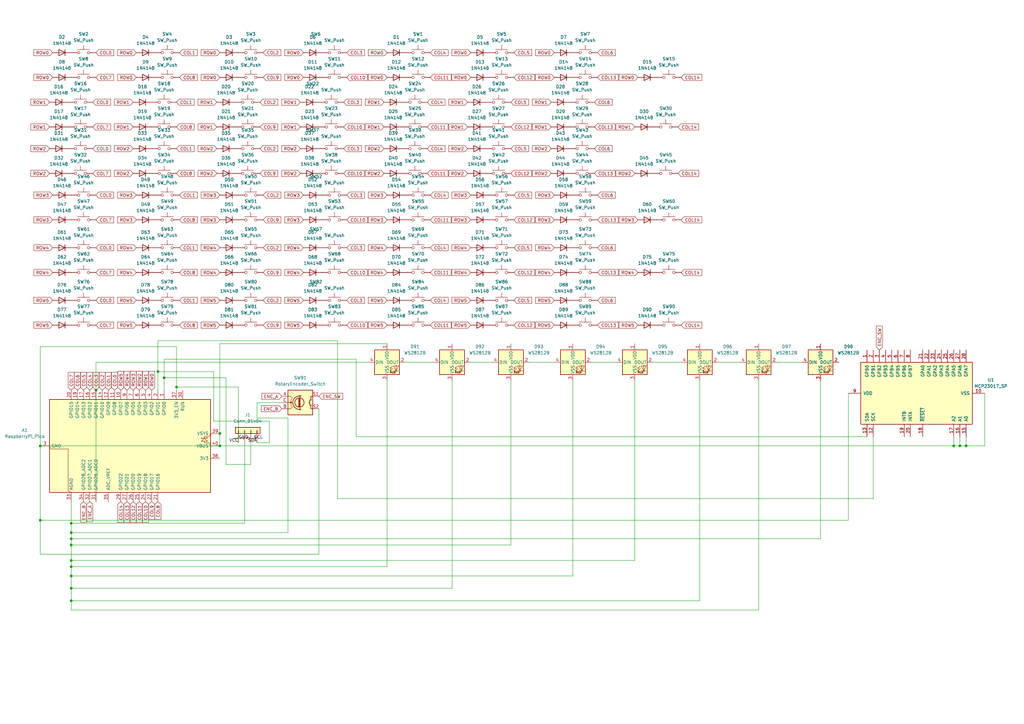
<source format=kicad_sch>
(kicad_sch (version 20250114) (generator "eeschema") (generator_version "9.0")
  (paper "A3")
  (lib_symbols
    (symbol "Connector_Generic:Conn_01x04" (pin_names (offset 1.016) (hide yes))
      (property "Reference" "J" (at 0 5.08 0))
      (property "Value" "Conn_01x04" (at 0 -7.62 0))
      (symbol "Conn_01x04_1_1"
        (pin passive line (at -5.08 2.54 0) (length 3.81) (name "Pin_1") (number "1"))
        (pin passive line (at -5.08 0 0) (length 3.81) (name "Pin_2") (number "2"))
        (pin passive line (at -5.08 -2.54 0) (length 3.81) (name "Pin_3") (number "3"))
        (pin passive line (at -5.08 -5.08 0) (length 3.81) (name "Pin_4") (number "4"))
      )
    )
    (symbol "Device:RotaryEncoder_Switch" (pin_names (offset 0.254) (hide yes))
      (property "Reference" "SW" (at 0 6.604 0))
      (property "Value" "RotaryEncoder_Switch" (at 0 -6.604 0))
      (symbol "RotaryEncoder_Switch_1_1"
        (pin passive line (at -7.62 2.54 0) (length 2.54) (name "A") (number "A"))
        (pin passive line (at -7.62 0 0) (length 2.54) (name "C") (number "C"))
        (pin passive line (at -7.62 -2.54 0) (length 2.54) (name "B") (number "B"))
        (pin passive line (at 7.62 2.54 180) (length 2.54) (name "S1") (number "S1"))
        (pin passive line (at 7.62 -2.54 180) (length 2.54) (name "S2") (number "S2"))
      )
    )
    (symbol "Diode:1N4148" (pin_numbers (hide yes)) (pin_names (hide yes))
      (property "Reference" "D" (at 0 2.54 0))
      (property "Value" "1N4148" (at 0 -2.54 0))
      (symbol "1N4148_1_1"
        (pin passive line (at -3.81 0 0) (length 2.54) (name "K") (number "1"))
        (pin passive line (at 3.81 0 180) (length 2.54) (name "A") (number "2"))
      )
    )
    (symbol "Interface_Expansion:MCP23017_SP" (pin_names (offset 1.016))
      (property "Reference" "U" (at -11.43 24.13 0))
      (property "Value" "MCP23017_SP" (at 0 0 0))
      (symbol "MCP23017_SP_1_1"
        (pin bidirectional line (at -17.78 20.32 0) (length 5.08) (name "SDA") (number "13"))
        (pin input line (at -17.78 17.78 0) (length 5.08) (name "SCK") (number "12"))
        (pin tri_state line (at -17.78 5.08 0) (length 5.08) (name "INTB") (number "19"))
        (pin tri_state line (at -17.78 2.54 0) (length 5.08) (name "INTA") (number "20"))
        (pin input line (at -17.78 -2.54 0) (length 5.08) (name "~{RESET}") (number "18"))
        (pin input line (at -17.78 -15.24 0) (length 5.08) (name "A2") (number "17"))
        (pin input line (at -17.78 -17.78 0) (length 5.08) (name "A1") (number "16"))
        (pin input line (at -17.78 -20.32 0) (length 5.08) (name "A0") (number "15"))
        (pin no_connect line (at -12.7 15.24 0) (length 5.08) (hide yes) (name "NC") (number "11"))
        (pin no_connect line (at -12.7 12.7 0) (length 5.08) (hide yes) (name "NC") (number "14"))
        (pin power_in line (at 0 27.94 270) (length 5.08) (name "VDD") (number "9"))
        (pin power_in line (at 0 -27.94 90) (length 5.08) (name "VSS") (number "10"))
        (pin bidirectional line (at 17.78 20.32 180) (length 5.08) (name "GPB0") (number "1"))
        (pin bidirectional line (at 17.78 17.78 180) (length 5.08) (name "GPB1") (number "2"))
        (pin bidirectional line (at 17.78 15.24 180) (length 5.08) (name "GPB2") (number "3"))
        (pin bidirectional line (at 17.78 12.7 180) (length 5.08) (name "GPB3") (number "4"))
        (pin bidirectional line (at 17.78 10.16 180) (length 5.08) (name "GPB4") (number "5"))
        (pin bidirectional line (at 17.78 7.62 180) (length 5.08) (name "GPB5") (number "6"))
        (pin bidirectional line (at 17.78 5.08 180) (length 5.08) (name "GPB6") (number "7"))
        (pin output line (at 17.78 2.54 180) (length 5.08) (name "GPB7") (number "8"))
        (pin bidirectional line (at 17.78 -2.54 180) (length 5.08) (name "GPA0") (number "21"))
        (pin bidirectional line (at 17.78 -5.08 180) (length 5.08) (name "GPA1") (number "22"))
        (pin bidirectional line (at 17.78 -7.62 180) (length 5.08) (name "GPA2") (number "23"))
        (pin bidirectional line (at 17.78 -10.16 180) (length 5.08) (name "GPA3") (number "24"))
        (pin bidirectional line (at 17.78 -12.7 180) (length 5.08) (name "GPA4") (number "25"))
        (pin bidirectional line (at 17.78 -15.24 180) (length 5.08) (name "GPA5") (number "26"))
        (pin bidirectional line (at 17.78 -17.78 180) (length 5.08) (name "GPA6") (number "27"))
        (pin output line (at 17.78 -20.32 180) (length 5.08) (name "GPA7") (number "28"))
      )
    )
    (symbol "LED:WS2812B" (pin_names (offset 0.254))
      (property "Reference" "D" (at 5.08 5.715 0))
      (property "Value" "WS2812B" (at 1.27 -5.715 0))
      (symbol "WS2812B_0_0"
        (text "RGB" (at 2.286 -4.191 0) (effects (font (size 0.762 0.762))))
      )
      (symbol "WS2812B_1_1"
        (pin input line (at -7.62 0 0) (length 2.54) (name "DIN") (number "4"))
        (pin power_in line (at 0 7.62 270) (length 2.54) (name "VDD") (number "1"))
        (pin power_in line (at 0 -7.62 90) (length 2.54) (name "VSS") (number "3"))
        (pin output line (at 7.62 0 180) (length 2.54) (name "DOUT") (number "2"))
      )
    )
    (symbol "MCU_Module:RaspberryPi_Pico" (pin_names (offset 0.762))
      (property "Reference" "A" (at -19.05 35.56 0))
      (property "Value" "RaspberryPi_Pico" (at 7.62 35.56 0))
      (symbol "RaspberryPi_Pico_1_1"
        (pin passive line (at -22.86 22.86 0) (length 3.81) (name "RUN") (number "30"))
        (pin passive line (at -22.86 20.32 0) (length 3.81) (name "3V3_EN") (number "37"))
        (pin bidirectional line (at -22.86 15.24 0) (length 3.81) (name "GPIO0") (number "1"))
        (pin bidirectional line (at -22.86 12.7 0) (length 3.81) (name "GPIO1") (number "2"))
        (pin bidirectional line (at -22.86 10.16 0) (length 3.81) (name "GPIO2") (number "4"))
        (pin bidirectional line (at -22.86 7.62 0) (length 3.81) (name "GPIO3") (number "5"))
        (pin bidirectional line (at -22.86 5.08 0) (length 3.81) (name "GPIO4") (number "6"))
        (pin bidirectional line (at -22.86 2.54 0) (length 3.81) (name "GPIO5") (number "7"))
        (pin bidirectional line (at -22.86 0 0) (length 3.81) (name "GPIO6") (number "9"))
        (pin bidirectional line (at -22.86 -2.54 0) (length 3.81) (name "GPIO7") (number "10"))
        (pin bidirectional line (at -22.86 -5.08 0) (length 3.81) (name "GPIO8") (number "11"))
        (pin bidirectional line (at -22.86 -7.62 0) (length 3.81) (name "GPIO9") (number "12"))
        (pin bidirectional line (at -22.86 -10.16 0) (length 3.81) (name "GPIO10") (number "14"))
        (pin bidirectional line (at -22.86 -12.7 0) (length 3.81) (name "GPIO11") (number "15"))
        (pin bidirectional line (at -22.86 -15.24 0) (length 3.81) (name "GPIO12") (number "16"))
        (pin bidirectional line (at -22.86 -17.78 0) (length 3.81) (name "GPIO13") (number "17"))
        (pin bidirectional line (at -22.86 -20.32 0) (length 3.81) (name "GPIO14") (number "19"))
        (pin bidirectional line (at -22.86 -22.86 0) (length 3.81) (name "GPIO15") (number "20"))
        (pin power_in line (at -5.08 38.1 270) (length 3.81) (name "VSYS") (number "39"))
        (pin power_out line (at 0 38.1 270) (length 3.81) (name "VBUS") (number "40"))
        (pin passive line (at 0 -35.56 90) (length 3.81) (hide yes) (name "GND") (number "13"))
        (pin passive line (at 0 -35.56 90) (length 3.81) (hide yes) (name "GND") (number "18"))
        (pin passive line (at 0 -35.56 90) (length 3.81) (hide yes) (name "GND") (number "23"))
        (pin passive line (at 0 -35.56 90) (length 3.81) (hide yes) (name "GND") (number "28"))
        (pin power_out line (at 0 -35.56 90) (length 3.81) (name "GND") (number "3"))
        (pin passive line (at 0 -35.56 90) (length 3.81) (hide yes) (name "GND") (number "38"))
        (pin passive line (at 0 -35.56 90) (length 3.81) (hide yes) (name "GND") (number "8"))
        (pin power_out line (at 5.08 38.1 270) (length 3.81) (name "3V3") (number "36"))
        (pin bidirectional line (at 22.86 12.7 180) (length 3.81) (name "GPIO16") (number "21"))
        (pin bidirectional line (at 22.86 10.16 180) (length 3.81) (name "GPIO17") (number "22"))
        (pin bidirectional line (at 22.86 7.62 180) (length 3.81) (name "GPIO18") (number "24"))
        (pin bidirectional line (at 22.86 5.08 180) (length 3.81) (name "GPIO19") (number "25"))
        (pin bidirectional line (at 22.86 2.54 180) (length 3.81) (name "GPIO20") (number "26"))
        (pin bidirectional line (at 22.86 0 180) (length 3.81) (name "GPIO21") (number "27"))
        (pin bidirectional line (at 22.86 -2.54 180) (length 3.81) (name "GPIO22") (number "29"))
        (pin power_in line (at 22.86 -7.62 180) (length 3.81) (name "ADC_VREF") (number "35"))
        (pin bidirectional line (at 22.86 -12.7 180) (length 3.81) (name "GPIO26_ADC0") (number "31"))
        (pin bidirectional line (at 22.86 -15.24 180) (length 3.81) (name "GPIO27_ADC1") (number "32"))
        (pin bidirectional line (at 22.86 -17.78 180) (length 3.81) (name "GPIO28_ADC2") (number "34"))
        (pin power_out line (at 22.86 -22.86 180) (length 3.81) (name "AGND") (number "33"))
      )
    )
    (symbol "Switch:SW_Push" (pin_numbers (hide yes)) (pin_names (offset 1.016) (hide yes))
      (property "Reference" "SW" (at 1.27 2.54 0))
      (property "Value" "SW_Push" (at 0 -1.524 0))
      (symbol "SW_Push_0_1"
        (pin passive line (at -5.08 0 0) (length 2.54) (name "1") (number "1"))
        (pin passive line (at 5.08 0 180) (length 2.54) (name "2") (number "2"))
      )
    )
  )
  (junction (at 29.21 232.41))
  (junction (at 396.24 182.88))
  (junction (at 29.21 246.38))
  (junction (at 29.21 220.98))
  (junction (at 67.31 154.94))
  (junction (at 29.21 218.44))
  (junction (at 16.51 213.36))
  (junction (at 72.39 158.75))
  (junction (at 90.17 177.8))
  (junction (at 64.77 152.4))
  (junction (at 29.21 229.87))
  (junction (at 90.17 182.88))
  (junction (at 391.16 182.88))
  (junction (at 393.7 182.88))
  (junction (at 16.51 182.88))
  (junction (at 29.21 241.3))
  (junction (at 29.21 236.22))
  (junction (at 29.21 214.63))
  (junction (at 39.37 160.02))
  (junction (at 29.21 223.52))
  (wire (pts (xy 311.15 156.21) (xy 311.15 250.19)))
  (wire (pts (xy 90.17 182.88) (xy 391.16 182.88)))
  (wire (pts (xy 16.51 142.24) (xy 16.51 182.88)))
  (wire (pts (xy 102.87 181.61) (xy 102.87 190.5)))
  (wire (pts (xy 105.41 171.45) (xy 118.11 171.45)))
  (wire (pts (xy 260.35 229.87) (xy 29.21 229.87)))
  (wire (pts (xy 193.04 148.59) (xy 201.93 148.59)))
  (wire (pts (xy 29.21 214.63) (xy 29.21 218.44)))
  (wire (pts (xy 29.21 250.19) (xy 29.21 246.38)))
  (wire (pts (xy 67.31 147.32) (xy 67.31 154.94)))
  (wire (pts (xy 92.71 154.94) (xy 67.31 154.94)))
  (wire (pts (xy 29.21 236.22) (xy 29.21 241.3)))
  (wire (pts (xy 16.51 213.36) (xy 16.51 227.33)))
  (wire (pts (xy 105.41 181.61) (xy 110.49 181.61)))
  (wire (pts (xy 29.21 220.98) (xy 29.21 223.52)))
  (wire (pts (xy 209.55 223.52) (xy 29.21 223.52)))
  (wire (pts (xy 92.71 190.5) (xy 92.71 154.94)))
  (wire (pts (xy 72.39 142.24) (xy 72.39 158.75)))
  (wire (pts (xy 64.77 152.4) (xy 64.77 160.02)))
  (wire (pts (xy 287.02 156.21) (xy 287.02 246.38)))
  (wire (pts (xy 29.21 246.38) (xy 29.21 241.3)))
  (wire (pts (xy 146.05 147.32) (xy 67.31 147.32)))
  (wire (pts (xy 347.98 161.29) (xy 347.98 213.36)))
  (wire (pts (xy 16.51 182.88) (xy 90.17 182.88)))
  (wire (pts (xy 260.35 156.21) (xy 260.35 229.87)))
  (wire (pts (xy 358.14 204.47) (xy 138.43 204.47)))
  (wire (pts (xy 39.37 148.59) (xy 39.37 160.02)))
  (wire (pts (xy 294.64 148.59) (xy 303.53 148.59)))
  (wire (pts (xy 130.81 227.33) (xy 130.81 167.64)))
  (wire (pts (xy 39.37 160.02) (xy 39.37 205.74)))
  (wire (pts (xy 138.43 139.7) (xy 64.77 139.7)))
  (wire (pts (xy 29.21 220.98) (xy 336.55 220.98)))
  (wire (pts (xy 146.05 179.07) (xy 146.05 147.32)))
  (wire (pts (xy 166.37 148.59) (xy 177.8 148.59)))
  (wire (pts (xy 100.33 214.63) (xy 29.21 214.63)))
  (wire (pts (xy 97.79 181.61) (xy 97.79 158.75)))
  (wire (pts (xy 242.57 148.59) (xy 252.73 148.59)))
  (wire (pts (xy 209.55 156.21) (xy 209.55 223.52)))
  (wire (pts (xy 97.79 158.75) (xy 72.39 158.75)))
  (wire (pts (xy 336.55 156.21) (xy 336.55 220.98)))
  (wire (pts (xy 67.31 154.94) (xy 67.31 160.02)))
  (wire (pts (xy 16.51 227.33) (xy 130.81 227.33)))
  (wire (pts (xy 318.77 148.59) (xy 328.93 148.59)))
  (wire (pts (xy 102.87 190.5) (xy 92.71 190.5)))
  (wire (pts (xy 29.21 205.74) (xy 29.21 214.63)))
  (wire (pts (xy 185.42 156.21) (xy 185.42 241.3)))
  (wire (pts (xy 311.15 250.19) (xy 29.21 250.19)))
  (wire (pts (xy 185.42 241.3) (xy 29.21 241.3)))
  (wire (pts (xy 64.77 139.7) (xy 64.77 152.4)))
  (wire (pts (xy 100.33 181.61) (xy 100.33 214.63)))
  (wire (pts (xy 393.7 179.07) (xy 393.7 182.88)))
  (wire (pts (xy 396.24 179.07) (xy 396.24 182.88)))
  (wire (pts (xy 287.02 246.38) (xy 29.21 246.38)))
  (wire (pts (xy 90.17 140.97) (xy 158.75 140.97)))
  (wire (pts (xy 29.21 223.52) (xy 29.21 229.87)))
  (wire (pts (xy 393.7 182.88) (xy 396.24 182.88)))
  (wire (pts (xy 118.11 171.45) (xy 118.11 218.44)))
  (wire (pts (xy 234.95 236.22) (xy 29.21 236.22)))
  (wire (pts (xy 87.63 152.4) (xy 64.77 152.4)))
  (wire (pts (xy 138.43 204.47) (xy 138.43 139.7)))
  (wire (pts (xy 118.11 218.44) (xy 29.21 218.44)))
  (wire (pts (xy 16.51 142.24) (xy 72.39 142.24)))
  (wire (pts (xy 217.17 148.59) (xy 227.33 148.59)))
  (wire (pts (xy 396.24 182.88) (xy 403.86 182.88)))
  (wire (pts (xy 29.21 218.44) (xy 29.21 220.98)))
  (wire (pts (xy 358.14 179.07) (xy 358.14 204.47)))
  (wire (pts (xy 158.75 156.21) (xy 158.75 232.41)))
  (wire (pts (xy 267.97 148.59) (xy 279.4 148.59)))
  (wire (pts (xy 87.63 172.72) (xy 87.63 152.4)))
  (wire (pts (xy 110.49 181.61) (xy 110.49 172.72)))
  (wire (pts (xy 234.95 156.21) (xy 234.95 236.22)))
  (wire (pts (xy 391.16 182.88) (xy 393.7 182.88)))
  (wire (pts (xy 105.41 165.1) (xy 105.41 171.45)))
  (wire (pts (xy 158.75 232.41) (xy 29.21 232.41)))
  (wire (pts (xy 403.86 161.29) (xy 403.86 182.88)))
  (wire (pts (xy 391.16 179.07) (xy 391.16 182.88)))
  (wire (pts (xy 115.57 165.1) (xy 105.41 165.1)))
  (wire (pts (xy 16.51 182.88) (xy 16.51 213.36)))
  (wire (pts (xy 347.98 213.36) (xy 16.51 213.36)))
  (wire (pts (xy 29.21 232.41) (xy 29.21 236.22)))
  (wire (pts (xy 110.49 172.72) (xy 87.63 172.72)))
  (wire (pts (xy 355.6 179.07) (xy 146.05 179.07)))
  (wire (pts (xy 29.21 229.87) (xy 29.21 232.41)))
  (wire (pts (xy 72.39 158.75) (xy 72.39 160.02)))
  (wire (pts (xy 151.13 148.59) (xy 39.37 148.59)))
  (wire (pts (xy 90.17 182.88) (xy 90.17 177.8)))
  (wire (pts (xy 90.17 177.8) (xy 90.17 140.97)))
  (label "VCC" (at 93.98 181.61 0))
  (label "SDA" (at 101.6 181.61 0))
  (label "GND" (at 97.79 180.34 0))
  (label "SCL" (at 104.14 180.34 0))
  (global_label "ROW2" (shape input) (at 157.48 60.96 180) (property "Intersheetrefs" "${INTERSHEET_REFS}" (effects (hide yes))))
  (global_label "ROW0" (shape input) (at 90.17 21.59 180) (property "Intersheetrefs" "${INTERSHEET_REFS}" (effects (hide yes))))
  (global_label "ROW2" (shape input) (at 123.19 71.12 180) (property "Intersheetrefs" "${INTERSHEET_REFS}" (effects (hide yes))))
  (global_label "ROW0" (shape input) (at 158.75 31.75 180) (property "Intersheetrefs" "${INTERSHEET_REFS}" (effects (hide yes))))
  (global_label "COL0" (shape input) (at 39.37 101.6 0) (property "Intersheetrefs" "${INTERSHEET_REFS}" (effects (hide yes))))
  (global_label "COL5" (shape input) (at 209.55 41.91 0) (property "Intersheetrefs" "${INTERSHEET_REFS}" (effects (hide yes))))
  (global_label "ROW5" (shape input) (at 158.75 123.19 180) (property "Intersheetrefs" "${INTERSHEET_REFS}" (effects (hide yes))))
  (global_label "COL4" (shape input) (at 36.83 160.02 90) (property "Intersheetrefs" "${INTERSHEET_REFS}" (effects (hide yes))))
  (global_label "COL6" (shape input) (at 245.11 21.59 0) (property "Intersheetrefs" "${INTERSHEET_REFS}" (effects (hide yes))))
  (global_label "ROW3" (shape input) (at 21.59 90.17 180) (property "Intersheetrefs" "${INTERSHEET_REFS}" (effects (hide yes))))
  (global_label "ROW1" (shape input) (at 191.77 41.91 180) (property "Intersheetrefs" "${INTERSHEET_REFS}" (effects (hide yes))))
  (global_label "COL10" (shape input) (at 142.24 133.35 0) (property "Intersheetrefs" "${INTERSHEET_REFS}" (effects (hide yes))))
  (global_label "ROW0" (shape input) (at 227.33 21.59 180) (property "Intersheetrefs" "${INTERSHEET_REFS}" (effects (hide yes))))
  (global_label "ROW2" (shape input) (at 157.48 71.12 180) (property "Intersheetrefs" "${INTERSHEET_REFS}" (effects (hide yes))))
  (global_label "COL2" (shape input) (at 41.91 160.02 90) (property "Intersheetrefs" "${INTERSHEET_REFS}" (effects (hide yes))))
  (global_label "COL14" (shape input) (at 279.4 90.17 0) (property "Intersheetrefs" "${INTERSHEET_REFS}" (effects (hide yes))))
  (global_label "COL11" (shape input) (at 175.26 71.12 0) (property "Intersheetrefs" "${INTERSHEET_REFS}" (effects (hide yes))))
  (global_label "COL6" (shape input) (at 245.11 80.01 0) (property "Intersheetrefs" "${INTERSHEET_REFS}" (effects (hide yes))))
  (global_label "ROW1" (shape input) (at 260.35 52.07 180) (property "Intersheetrefs" "${INTERSHEET_REFS}" (effects (hide yes))))
  (global_label "ROW0" (shape input) (at 90.17 31.75 180) (property "Intersheetrefs" "${INTERSHEET_REFS}" (effects (hide yes))))
  (global_label "COL12" (shape input) (at 209.55 52.07 0) (property "Intersheetrefs" "${INTERSHEET_REFS}" (effects (hide yes))))
  (global_label "COL13" (shape input) (at 243.84 52.07 0) (property "Intersheetrefs" "${INTERSHEET_REFS}" (effects (hide yes))))
  (global_label "COL0" (shape input) (at 38.1 60.96 0) (property "Intersheetrefs" "${INTERSHEET_REFS}" (effects (hide yes))))
  (global_label "COL12" (shape input) (at 210.82 111.76 0) (property "Intersheetrefs" "${INTERSHEET_REFS}" (effects (hide yes))))
  (global_label "ROW4" (shape input) (at 90.17 111.76 180) (property "Intersheetrefs" "${INTERSHEET_REFS}" (effects (hide yes))))
  (global_label "ROW0" (shape input) (at 124.46 31.75 180) (property "Intersheetrefs" "${INTERSHEET_REFS}" (effects (hide yes))))
  (global_label "ROW2" (shape input) (at 20.32 71.12 180) (property "Intersheetrefs" "${INTERSHEET_REFS}" (effects (hide yes))))
  (global_label "COL14" (shape input) (at 278.13 52.07 0) (property "Intersheetrefs" "${INTERSHEET_REFS}" (effects (hide yes))))
  (global_label "ENC_B" (shape input) (at 34.29 205.74 270) (property "Intersheetrefs" "${INTERSHEET_REFS}" (effects (hide yes))))
  (global_label "COL2" (shape input) (at 107.95 21.59 0) (property "Intersheetrefs" "${INTERSHEET_REFS}" (effects (hide yes))))
  (global_label "COL5" (shape input) (at 210.82 80.01 0) (property "Intersheetrefs" "${INTERSHEET_REFS}" (effects (hide yes))))
  (global_label "COL2" (shape input) (at 107.95 123.19 0) (property "Intersheetrefs" "${INTERSHEET_REFS}" (effects (hide yes))))
  (global_label "COL8" (shape input) (at 73.66 133.35 0) (property "Intersheetrefs" "${INTERSHEET_REFS}" (effects (hide yes))))
  (global_label "ROW3" (shape input) (at 90.17 80.01 180) (property "Intersheetrefs" "${INTERSHEET_REFS}" (effects (hide yes))))
  (global_label "COL7" (shape input) (at 39.37 31.75 0) (property "Intersheetrefs" "${INTERSHEET_REFS}" (effects (hide yes))))
  (global_label "ROW1" (shape input) (at 226.06 41.91 180) (property "Intersheetrefs" "${INTERSHEET_REFS}" (effects (hide yes))))
  (global_label "ROW5" (shape input) (at 49.53 160.02 90) (property "Intersheetrefs" "${INTERSHEET_REFS}" (effects (hide yes))))
  (global_label "ROW5" (shape input) (at 193.04 133.35 180) (property "Intersheetrefs" "${INTERSHEET_REFS}" (effects (hide yes))))
  (global_label "ENC_A" (shape input) (at 115.57 162.56 180) (property "Intersheetrefs" "${INTERSHEET_REFS}" (effects (hide yes))))
  (global_label "COL1" (shape input) (at 73.66 101.6 0) (property "Intersheetrefs" "${INTERSHEET_REFS}" (effects (hide yes))))
  (global_label "ROW5" (shape input) (at 124.46 123.19 180) (property "Intersheetrefs" "${INTERSHEET_REFS}" (effects (hide yes))))
  (global_label "COL1" (shape input) (at 72.39 60.96 0) (property "Intersheetrefs" "${INTERSHEET_REFS}" (effects (hide yes))))
  (global_label "ROW5" (shape input) (at 90.17 123.19 180) (property "Intersheetrefs" "${INTERSHEET_REFS}" (effects (hide yes))))
  (global_label "COL12" (shape input) (at 54.61 205.74 270) (property "Intersheetrefs" "${INTERSHEET_REFS}" (effects (hide yes))))
  (global_label "COL4" (shape input) (at 176.53 101.6 0) (property "Intersheetrefs" "${INTERSHEET_REFS}" (effects (hide yes))))
  (global_label "COL3" (shape input) (at 140.97 60.96 0) (property "Intersheetrefs" "${INTERSHEET_REFS}" (effects (hide yes))))
  (global_label "COL13" (shape input) (at 52.07 205.74 270) (property "Intersheetrefs" "${INTERSHEET_REFS}" (effects (hide yes))))
  (global_label "ROW3" (shape input) (at 227.33 80.01 180) (property "Intersheetrefs" "${INTERSHEET_REFS}" (effects (hide yes))))
  (global_label "COL4" (shape input) (at 176.53 80.01 0) (property "Intersheetrefs" "${INTERSHEET_REFS}" (effects (hide yes))))
  (global_label "COL13" (shape input) (at 245.11 133.35 0) (property "Intersheetrefs" "${INTERSHEET_REFS}" (effects (hide yes))))
  (global_label "ROW4" (shape input) (at 124.46 111.76 180) (property "Intersheetrefs" "${INTERSHEET_REFS}" (effects (hide yes))))
  (global_label "COL0" (shape input) (at 39.37 21.59 0) (property "Intersheetrefs" "${INTERSHEET_REFS}" (effects (hide yes))))
  (global_label "COL11" (shape input) (at 176.53 31.75 0) (property "Intersheetrefs" "${INTERSHEET_REFS}" (effects (hide yes))))
  (global_label "ROW3" (shape input) (at 158.75 90.17 180) (property "Intersheetrefs" "${INTERSHEET_REFS}" (effects (hide yes))))
  (global_label "ROW3" (shape input) (at 90.17 90.17 180) (property "Intersheetrefs" "${INTERSHEET_REFS}" (effects (hide yes))))
  (global_label "ROW5" (shape input) (at 261.62 133.35 180) (property "Intersheetrefs" "${INTERSHEET_REFS}" (effects (hide yes))))
  (global_label "ROW0" (shape input) (at 55.88 21.59 180) (property "Intersheetrefs" "${INTERSHEET_REFS}" (effects (hide yes))))
  (global_label "ROW4" (shape input) (at 90.17 101.6 180) (property "Intersheetrefs" "${INTERSHEET_REFS}" (effects (hide yes))))
  (global_label "ROW5" (shape input) (at 90.17 133.35 180) (property "Intersheetrefs" "${INTERSHEET_REFS}" (effects (hide yes))))
  (global_label "COL0" (shape input) (at 38.1 41.91 0) (property "Intersheetrefs" "${INTERSHEET_REFS}" (effects (hide yes))))
  (global_label "COL2" (shape input) (at 106.68 60.96 0) (property "Intersheetrefs" "${INTERSHEET_REFS}" (effects (hide yes))))
  (global_label "ROW4" (shape input) (at 55.88 111.76 180) (property "Intersheetrefs" "${INTERSHEET_REFS}" (effects (hide yes))))
  (global_label "ROW4" (shape input) (at 227.33 111.76 180) (property "Intersheetrefs" "${INTERSHEET_REFS}" (effects (hide yes))))
  (global_label "ROW5" (shape input) (at 124.46 133.35 180) (property "Intersheetrefs" "${INTERSHEET_REFS}" (effects (hide yes))))
  (global_label "ROW2" (shape input) (at 54.61 60.96 180) (property "Intersheetrefs" "${INTERSHEET_REFS}" (effects (hide yes))))
  (global_label "ROW2" (shape input) (at 123.19 60.96 180) (property "Intersheetrefs" "${INTERSHEET_REFS}" (effects (hide yes))))
  (global_label "COL5" (shape input) (at 210.82 21.59 0) (property "Intersheetrefs" "${INTERSHEET_REFS}" (effects (hide yes))))
  (global_label "COL9" (shape input) (at 107.95 133.35 0) (property "Intersheetrefs" "${INTERSHEET_REFS}" (effects (hide yes))))
  (global_label "COL11" (shape input) (at 176.53 111.76 0) (property "Intersheetrefs" "${INTERSHEET_REFS}" (effects (hide yes))))
  (global_label "ROW2" (shape input) (at 57.15 160.02 90) (property "Intersheetrefs" "${INTERSHEET_REFS}" (effects (hide yes))))
  (global_label "COL7" (shape input) (at 39.37 90.17 0) (property "Intersheetrefs" "${INTERSHEET_REFS}" (effects (hide yes))))
  (global_label "COL13" (shape input) (at 245.11 111.76 0) (property "Intersheetrefs" "${INTERSHEET_REFS}" (effects (hide yes))))
  (global_label "ROW1" (shape input) (at 88.9 52.07 180) (property "Intersheetrefs" "${INTERSHEET_REFS}" (effects (hide yes))))
  (global_label "COL0" (shape input) (at 46.99 160.02 90) (property "Intersheetrefs" "${INTERSHEET_REFS}" (effects (hide yes))))
  (global_label "COL10" (shape input) (at 142.24 31.75 0) (property "Intersheetrefs" "${INTERSHEET_REFS}" (effects (hide yes))))
  (global_label "COL13" (shape input) (at 245.11 90.17 0) (property "Intersheetrefs" "${INTERSHEET_REFS}" (effects (hide yes))))
  (global_label "ROW1" (shape input) (at 157.48 52.07 180) (property "Intersheetrefs" "${INTERSHEET_REFS}" (effects (hide yes))))
  (global_label "COL10" (shape input) (at 140.97 71.12 0) (property "Intersheetrefs" "${INTERSHEET_REFS}" (effects (hide yes))))
  (global_label "ROW0" (shape input) (at 193.04 21.59 180) (property "Intersheetrefs" "${INTERSHEET_REFS}" (effects (hide yes))))
  (global_label "ROW2" (shape input) (at 226.06 71.12 180) (property "Intersheetrefs" "${INTERSHEET_REFS}" (effects (hide yes))))
  (global_label "ROW2" (shape input) (at 88.9 60.96 180) (property "Intersheetrefs" "${INTERSHEET_REFS}" (effects (hide yes))))
  (global_label "ROW5" (shape input) (at 55.88 133.35 180) (property "Intersheetrefs" "${INTERSHEET_REFS}" (effects (hide yes))))
  (global_label "COL8" (shape input) (at 64.77 205.74 270) (property "Intersheetrefs" "${INTERSHEET_REFS}" (effects (hide yes))))
  (global_label "COL9" (shape input) (at 107.95 111.76 0) (property "Intersheetrefs" "${INTERSHEET_REFS}" (effects (hide yes))))
  (global_label "ROW4" (shape input) (at 21.59 101.6 180) (property "Intersheetrefs" "${INTERSHEET_REFS}" (effects (hide yes))))
  (global_label "COL3" (shape input) (at 140.97 41.91 0) (property "Intersheetrefs" "${INTERSHEET_REFS}" (effects (hide yes))))
  (global_label "ROW0" (shape input) (at 158.75 21.59 180) (property "Intersheetrefs" "${INTERSHEET_REFS}" (effects (hide yes))))
  (global_label "COL14" (shape input) (at 279.4 31.75 0) (property "Intersheetrefs" "${INTERSHEET_REFS}" (effects (hide yes))))
  (global_label "COL6" (shape input) (at 243.84 41.91 0) (property "Intersheetrefs" "${INTERSHEET_REFS}" (effects (hide yes))))
  (global_label "ROW2" (shape input) (at 260.35 71.12 180) (property "Intersheetrefs" "${INTERSHEET_REFS}" (effects (hide yes))))
  (global_label "ENC_A" (shape input) (at 36.83 205.74 270) (property "Intersheetrefs" "${INTERSHEET_REFS}" (effects (hide yes))))
  (global_label "COL6" (shape input) (at 243.84 60.96 0) (property "Intersheetrefs" "${INTERSHEET_REFS}" (effects (hide yes))))
  (global_label "ROW3" (shape input) (at 124.46 80.01 180) (property "Intersheetrefs" "${INTERSHEET_REFS}" (effects (hide yes))))
  (global_label "ROW1" (shape input) (at 20.32 41.91 180) (property "Intersheetrefs" "${INTERSHEET_REFS}" (effects (hide yes))))
  (global_label "COL0" (shape input) (at 39.37 80.01 0) (property "Intersheetrefs" "${INTERSHEET_REFS}" (effects (hide yes))))
  (global_label "COL9" (shape input) (at 106.68 71.12 0) (property "Intersheetrefs" "${INTERSHEET_REFS}" (effects (hide yes))))
  (global_label "ROW3" (shape input) (at 227.33 90.17 180) (property "Intersheetrefs" "${INTERSHEET_REFS}" (effects (hide yes))))
  (global_label "COL12" (shape input) (at 210.82 31.75 0) (property "Intersheetrefs" "${INTERSHEET_REFS}" (effects (hide yes))))
  (global_label "ROW1" (shape input) (at 54.61 52.07 180) (property "Intersheetrefs" "${INTERSHEET_REFS}" (effects (hide yes))))
  (global_label "ROW5" (shape input) (at 227.33 133.35 180) (property "Intersheetrefs" "${INTERSHEET_REFS}" (effects (hide yes))))
  (global_label "COL10" (shape input) (at 59.69 205.74 270) (property "Intersheetrefs" "${INTERSHEET_REFS}" (effects (hide yes))))
  (global_label "COL9" (shape input) (at 62.23 205.74 270) (property "Intersheetrefs" "${INTERSHEET_REFS}" (effects (hide yes))))
  (global_label "ROW3" (shape input) (at 193.04 80.01 180) (property "Intersheetrefs" "${INTERSHEET_REFS}" (effects (hide yes))))
  (global_label "COL5" (shape input) (at 209.55 60.96 0) (property "Intersheetrefs" "${INTERSHEET_REFS}" (effects (hide yes))))
  (global_label "ROW3" (shape input) (at 158.75 80.01 180) (property "Intersheetrefs" "${INTERSHEET_REFS}" (effects (hide yes))))
  (global_label "COL8" (shape input) (at 73.66 31.75 0) (property "Intersheetrefs" "${INTERSHEET_REFS}" (effects (hide yes))))
  (global_label "COL1" (shape input) (at 44.45 160.02 90) (property "Intersheetrefs" "${INTERSHEET_REFS}" (effects (hide yes))))
  (global_label "COL3" (shape input) (at 142.24 101.6 0) (property "Intersheetrefs" "${INTERSHEET_REFS}" (effects (hide yes))))
  (global_label "ROW0" (shape input) (at 55.88 31.75 180) (property "Intersheetrefs" "${INTERSHEET_REFS}" (effects (hide yes))))
  (global_label "COL8" (shape input) (at 72.39 71.12 0) (property "Intersheetrefs" "${INTERSHEET_REFS}" (effects (hide yes))))
  (global_label "COL3" (shape input) (at 142.24 123.19 0) (property "Intersheetrefs" "${INTERSHEET_REFS}" (effects (hide yes))))
  (global_label "COL3" (shape input) (at 142.24 21.59 0) (property "Intersheetrefs" "${INTERSHEET_REFS}" (effects (hide yes))))
  (global_label "COL12" (shape input) (at 210.82 90.17 0) (property "Intersheetrefs" "${INTERSHEET_REFS}" (effects (hide yes))))
  (global_label "COL12" (shape input) (at 210.82 133.35 0) (property "Intersheetrefs" "${INTERSHEET_REFS}" (effects (hide yes))))
  (global_label "COL5" (shape input) (at 34.29 160.02 90) (property "Intersheetrefs" "${INTERSHEET_REFS}" (effects (hide yes))))
  (global_label "ROW4" (shape input) (at 227.33 101.6 180) (property "Intersheetrefs" "${INTERSHEET_REFS}" (effects (hide yes))))
  (global_label "COL4" (shape input) (at 175.26 41.91 0) (property "Intersheetrefs" "${INTERSHEET_REFS}" (effects (hide yes))))
  (global_label "COL5" (shape input) (at 210.82 123.19 0) (property "Intersheetrefs" "${INTERSHEET_REFS}" (effects (hide yes))))
  (global_label "ENC_SW" (shape input) (at 130.81 162.56 0) (property "Intersheetrefs" "${INTERSHEET_REFS}" (effects (hide yes))))
  (global_label "ROW3" (shape input) (at 21.59 80.01 180) (property "Intersheetrefs" "${INTERSHEET_REFS}" (effects (hide yes))))
  (global_label "ROW0" (shape input) (at 21.59 21.59 180) (property "Intersheetrefs" "${INTERSHEET_REFS}" (effects (hide yes))))
  (global_label "COL0" (shape input) (at 39.37 123.19 0) (property "Intersheetrefs" "${INTERSHEET_REFS}" (effects (hide yes))))
  (global_label "ENC_B" (shape input) (at 115.57 167.64 180) (property "Intersheetrefs" "${INTERSHEET_REFS}" (effects (hide yes))))
  (global_label "COL1" (shape input) (at 73.66 80.01 0) (property "Intersheetrefs" "${INTERSHEET_REFS}" (effects (hide yes))))
  (global_label "ROW4" (shape input) (at 158.75 111.76 180) (property "Intersheetrefs" "${INTERSHEET_REFS}" (effects (hide yes))))
  (global_label "ROW5" (shape input) (at 55.88 123.19 180) (property "Intersheetrefs" "${INTERSHEET_REFS}" (effects (hide yes))))
  (global_label "ROW2" (shape input) (at 88.9 71.12 180) (property "Intersheetrefs" "${INTERSHEET_REFS}" (effects (hide yes))))
  (global_label "ROW0" (shape input) (at 21.59 31.75 180) (property "Intersheetrefs" "${INTERSHEET_REFS}" (effects (hide yes))))
  (global_label "ROW0" (shape input) (at 62.23 160.02 90) (property "Intersheetrefs" "${INTERSHEET_REFS}" (effects (hide yes))))
  (global_label "ROW0" (shape input) (at 261.62 31.75 180) (property "Intersheetrefs" "${INTERSHEET_REFS}" (effects (hide yes))))
  (global_label "COL11" (shape input) (at 176.53 133.35 0) (property "Intersheetrefs" "${INTERSHEET_REFS}" (effects (hide yes))))
  (global_label "ENC_SW" (shape input) (at 360.68 143.51 90) (property "Intersheetrefs" "${INTERSHEET_REFS}" (effects (hide yes))))
  (global_label "COL10" (shape input) (at 140.97 52.07 0) (property "Intersheetrefs" "${INTERSHEET_REFS}" (effects (hide yes))))
  (global_label "ROW2" (shape input) (at 191.77 60.96 180) (property "Intersheetrefs" "${INTERSHEET_REFS}" (effects (hide yes))))
  (global_label "ROW4" (shape input) (at 124.46 101.6 180) (property "Intersheetrefs" "${INTERSHEET_REFS}" (effects (hide yes))))
  (global_label "ROW5" (shape input) (at 158.75 133.35 180) (property "Intersheetrefs" "${INTERSHEET_REFS}" (effects (hide yes))))
  (global_label "COL2" (shape input) (at 107.95 80.01 0) (property "Intersheetrefs" "${INTERSHEET_REFS}" (effects (hide yes))))
  (global_label "COL7" (shape input) (at 39.37 111.76 0) (property "Intersheetrefs" "${INTERSHEET_REFS}" (effects (hide yes))))
  (global_label "COL12" (shape input) (at 209.55 71.12 0) (property "Intersheetrefs" "${INTERSHEET_REFS}" (effects (hide yes))))
  (global_label "COL7" (shape input) (at 39.37 133.35 0) (property "Intersheetrefs" "${INTERSHEET_REFS}" (effects (hide yes))))
  (global_label "ROW0" (shape input) (at 193.04 31.75 180) (property "Intersheetrefs" "${INTERSHEET_REFS}" (effects (hide yes))))
  (global_label "COL13" (shape input) (at 243.84 71.12 0) (property "Intersheetrefs" "${INTERSHEET_REFS}" (effects (hide yes))))
  (global_label "ROW4" (shape input) (at 158.75 101.6 180) (property "Intersheetrefs" "${INTERSHEET_REFS}" (effects (hide yes))))
  (global_label "ROW0" (shape input) (at 227.33 31.75 180) (property "Intersheetrefs" "${INTERSHEET_REFS}" (effects (hide yes))))
  (global_label "ROW1" (shape input) (at 20.32 52.07 180) (property "Intersheetrefs" "${INTERSHEET_REFS}" (effects (hide yes))))
  (global_label "ROW5" (shape input) (at 21.59 133.35 180) (property "Intersheetrefs" "${INTERSHEET_REFS}" (effects (hide yes))))
  (global_label "COL5" (shape input) (at 210.82 101.6 0) (property "Intersheetrefs" "${INTERSHEET_REFS}" (effects (hide yes))))
  (global_label "COL10" (shape input) (at 142.24 90.17 0) (property "Intersheetrefs" "${INTERSHEET_REFS}" (effects (hide yes))))
  (global_label "ROW3" (shape input) (at 55.88 80.01 180) (property "Intersheetrefs" "${INTERSHEET_REFS}" (effects (hide yes))))
  (global_label "COL6" (shape input) (at 245.11 101.6 0) (property "Intersheetrefs" "${INTERSHEET_REFS}" (effects (hide yes))))
  (global_label "ROW3" (shape input) (at 55.88 90.17 180) (property "Intersheetrefs" "${INTERSHEET_REFS}" (effects (hide yes))))
  (global_label "COL7" (shape input) (at 29.21 160.02 90) (property "Intersheetrefs" "${INTERSHEET_REFS}" (effects (hide yes))))
  (global_label "ROW4" (shape input) (at 52.07 160.02 90) (property "Intersheetrefs" "${INTERSHEET_REFS}" (effects (hide yes))))
  (global_label "COL8" (shape input) (at 72.39 52.07 0) (property "Intersheetrefs" "${INTERSHEET_REFS}" (effects (hide yes))))
  (global_label "ROW2" (shape input) (at 191.77 71.12 180) (property "Intersheetrefs" "${INTERSHEET_REFS}" (effects (hide yes))))
  (global_label "COL7" (shape input) (at 38.1 71.12 0) (property "Intersheetrefs" "${INTERSHEET_REFS}" (effects (hide yes))))
  (global_label "COL4" (shape input) (at 176.53 123.19 0) (property "Intersheetrefs" "${INTERSHEET_REFS}" (effects (hide yes))))
  (global_label "COL6" (shape input) (at 31.75 160.02 90) (property "Intersheetrefs" "${INTERSHEET_REFS}" (effects (hide yes))))
  (global_label "COL13" (shape input) (at 245.11 31.75 0) (property "Intersheetrefs" "${INTERSHEET_REFS}" (effects (hide yes))))
  (global_label "ROW4" (shape input) (at 193.04 101.6 180) (property "Intersheetrefs" "${INTERSHEET_REFS}" (effects (hide yes))))
  (global_label "COL4" (shape input) (at 175.26 60.96 0) (property "Intersheetrefs" "${INTERSHEET_REFS}" (effects (hide yes))))
  (global_label "COL1" (shape input) (at 73.66 123.19 0) (property "Intersheetrefs" "${INTERSHEET_REFS}" (effects (hide yes))))
  (global_label "ROW3" (shape input) (at 54.61 160.02 90) (property "Intersheetrefs" "${INTERSHEET_REFS}" (effects (hide yes))))
  (global_label "ROW1" (shape input) (at 123.19 52.07 180) (property "Intersheetrefs" "${INTERSHEET_REFS}" (effects (hide yes))))
  (global_label "ROW1" (shape input) (at 157.48 41.91 180) (property "Intersheetrefs" "${INTERSHEET_REFS}" (effects (hide yes))))
  (global_label "ROW2" (shape input) (at 226.06 60.96 180) (property "Intersheetrefs" "${INTERSHEET_REFS}" (effects (hide yes))))
  (global_label "COL4" (shape input) (at 176.53 21.59 0) (property "Intersheetrefs" "${INTERSHEET_REFS}" (effects (hide yes))))
  (global_label "COL2" (shape input) (at 106.68 41.91 0) (property "Intersheetrefs" "${INTERSHEET_REFS}" (effects (hide yes))))
  (global_label "ROW5" (shape input) (at 193.04 123.19 180) (property "Intersheetrefs" "${INTERSHEET_REFS}" (effects (hide yes))))
  (global_label "COL3" (shape input) (at 39.37 160.02 90) (property "Intersheetrefs" "${INTERSHEET_REFS}" (effects (hide yes))))
  (global_label "ROW5" (shape input) (at 227.33 123.19 180) (property "Intersheetrefs" "${INTERSHEET_REFS}" (effects (hide yes))))
  (global_label "COL1" (shape input) (at 73.66 21.59 0) (property "Intersheetrefs" "${INTERSHEET_REFS}" (effects (hide yes))))
  (global_label "ROW3" (shape input) (at 124.46 90.17 180) (property "Intersheetrefs" "${INTERSHEET_REFS}" (effects (hide yes))))
  (global_label "COL1" (shape input) (at 72.39 41.91 0) (property "Intersheetrefs" "${INTERSHEET_REFS}" (effects (hide yes))))
  (global_label "ROW1" (shape input) (at 59.69 160.02 90) (property "Intersheetrefs" "${INTERSHEET_REFS}" (effects (hide yes))))
  (global_label "COL8" (shape input) (at 73.66 90.17 0) (property "Intersheetrefs" "${INTERSHEET_REFS}" (effects (hide yes))))
  (global_label "COL14" (shape input) (at 49.53 205.74 270) (property "Intersheetrefs" "${INTERSHEET_REFS}" (effects (hide yes))))
  (global_label "COL9" (shape input) (at 107.95 90.17 0) (property "Intersheetrefs" "${INTERSHEET_REFS}" (effects (hide yes))))
  (global_label "ROW1" (shape input) (at 226.06 52.07 180) (property "Intersheetrefs" "${INTERSHEET_REFS}" (effects (hide yes))))
  (global_label "ROW3" (shape input) (at 193.04 90.17 180) (property "Intersheetrefs" "${INTERSHEET_REFS}" (effects (hide yes))))
  (global_label "COL11" (shape input) (at 176.53 90.17 0) (property "Intersheetrefs" "${INTERSHEET_REFS}" (effects (hide yes))))
  (global_label "COL11" (shape input) (at 57.15 205.74 270) (property "Intersheetrefs" "${INTERSHEET_REFS}" (effects (hide yes))))
  (global_label "COL8" (shape input) (at 73.66 111.76 0) (property "Intersheetrefs" "${INTERSHEET_REFS}" (effects (hide yes))))
  (global_label "COL2" (shape input) (at 107.95 101.6 0) (property "Intersheetrefs" "${INTERSHEET_REFS}" (effects (hide yes))))
  (global_label "ROW5" (shape input) (at 21.59 123.19 180) (property "Intersheetrefs" "${INTERSHEET_REFS}" (effects (hide yes))))
  (global_label "COL6" (shape input) (at 245.11 123.19 0) (property "Intersheetrefs" "${INTERSHEET_REFS}" (effects (hide yes))))
  (global_label "ROW1" (shape input) (at 191.77 52.07 180) (property "Intersheetrefs" "${INTERSHEET_REFS}" (effects (hide yes))))
  (global_label "ROW1" (shape input) (at 54.61 41.91 180) (property "Intersheetrefs" "${INTERSHEET_REFS}" (effects (hide yes))))
  (global_label "ROW4" (shape input) (at 261.62 111.76 180) (property "Intersheetrefs" "${INTERSHEET_REFS}" (effects (hide yes))))
  (global_label "ROW2" (shape input) (at 54.61 71.12 180) (property "Intersheetrefs" "${INTERSHEET_REFS}" (effects (hide yes))))
  (global_label "COL3" (shape input) (at 142.24 80.01 0) (property "Intersheetrefs" "${INTERSHEET_REFS}" (effects (hide yes))))
  (global_label "COL14" (shape input) (at 279.4 111.76 0) (property "Intersheetrefs" "${INTERSHEET_REFS}" (effects (hide yes))))
  (global_label "COL9" (shape input) (at 106.68 52.07 0) (property "Intersheetrefs" "${INTERSHEET_REFS}" (effects (hide yes))))
  (global_label "COL9" (shape input) (at 107.95 31.75 0) (property "Intersheetrefs" "${INTERSHEET_REFS}" (effects (hide yes))))
  (global_label "ROW4" (shape input) (at 55.88 101.6 180) (property "Intersheetrefs" "${INTERSHEET_REFS}" (effects (hide yes))))
  (global_label "COL11" (shape input) (at 175.26 52.07 0) (property "Intersheetrefs" "${INTERSHEET_REFS}" (effects (hide yes))))
  (global_label "ROW3" (shape input) (at 261.62 90.17 180) (property "Intersheetrefs" "${INTERSHEET_REFS}" (effects (hide yes))))
  (global_label "ROW1" (shape input) (at 88.9 41.91 180) (property "Intersheetrefs" "${INTERSHEET_REFS}" (effects (hide yes))))
  (global_label "ROW4" (shape input) (at 193.04 111.76 180) (property "Intersheetrefs" "${INTERSHEET_REFS}" (effects (hide yes))))
  (global_label "ROW0" (shape input) (at 124.46 21.59 180) (property "Intersheetrefs" "${INTERSHEET_REFS}" (effects (hide yes))))
  (global_label "ROW4" (shape input) (at 21.59 111.76 180) (property "Intersheetrefs" "${INTERSHEET_REFS}" (effects (hide yes))))
  (global_label "COL14" (shape input) (at 278.13 71.12 0) (property "Intersheetrefs" "${INTERSHEET_REFS}" (effects (hide yes))))
  (global_label "COL10" (shape input) (at 142.24 111.76 0) (property "Intersheetrefs" "${INTERSHEET_REFS}" (effects (hide yes))))
  (global_label "COL14" (shape input) (at 279.4 133.35 0) (property "Intersheetrefs" "${INTERSHEET_REFS}" (effects (hide yes))))
  (global_label "COL7" (shape input) (at 38.1 52.07 0) (property "Intersheetrefs" "${INTERSHEET_REFS}" (effects (hide yes))))
  (global_label "ROW1" (shape input) (at 123.19 41.91 180) (property "Intersheetrefs" "${INTERSHEET_REFS}" (effects (hide yes))))
  (global_label "ROW2" (shape input) (at 20.32 60.96 180) (property "Intersheetrefs" "${INTERSHEET_REFS}" (effects (hide yes))))
  (symbol (lib_id "Switch:SW_Push") (at 101.6 71.12 0) (unit 1)
    (property "Reference" "SW36" (at 101.6 63.5 0))
    (property "Value" "SW_Push" (at 101.6 66.04 0))
    (property "Description" "Push button switch, generic, two pins" (effects (hide yes)))
  )
  (symbol (lib_id "Diode:1N4148") (at 196.85 123.19 180) (unit 1)
    (property "Reference" "D86" (at 196.85 116.84 0))
    (property "Value" "1N4148" (at 196.85 119.38 0))
    (property "Footprint" "Diode_THT:D_DO-35_SOD27_P7.62mm_Horizontal" (effects (hide yes)))
    (property "Datasheet" "https://assets.nexperia.com/documents/data-sheet/1N4148_1N4448.pdf" (effects (hide yes)))
    (property "Description" "100V 0.15A standard switching diode, DO-35" (effects (hide yes)))
    (property "Sim.Device" "D" (effects (hide yes)))
    (property "Sim.Pins" "1=K 2=A" (effects (hide yes)))
  )
  (symbol (lib_id "Switch:SW_Push") (at 171.45 90.17 0) (unit 1)
    (property "Reference" "SW55" (at 171.45 82.55 0))
    (property "Value" "SW_Push" (at 171.45 85.09 0))
    (property "Description" "Push button switch, generic, two pins" (effects (hide yes)))
  )
  (symbol (lib_id "Diode:1N4148") (at 25.4 80.01 180) (unit 1)
    (property "Reference" "D46" (at 25.4 73.66 0))
    (property "Value" "1N4148" (at 25.4 76.2 0))
    (property "Footprint" "Diode_THT:D_DO-35_SOD27_P7.62mm_Horizontal" (effects (hide yes)))
    (property "Datasheet" "https://assets.nexperia.com/documents/data-sheet/1N4148_1N4448.pdf" (effects (hide yes)))
    (property "Description" "100V 0.15A standard switching diode, DO-35" (effects (hide yes)))
    (property "Sim.Device" "D" (effects (hide yes)))
    (property "Sim.Pins" "1=K 2=A" (effects (hide yes)))
  )
  (symbol (lib_id "Switch:SW_Push") (at 204.47 52.07 0) (unit 1)
    (property "Reference" "SW27" (at 204.47 44.45 0))
    (property "Value" "SW_Push" (at 204.47 46.99 0))
    (property "Description" "Push button switch, generic, two pins" (effects (hide yes)))
  )
  (symbol (lib_id "Switch:SW_Push") (at 137.16 133.35 0) (unit 1)
    (property "Reference" "SW83" (at 137.16 125.73 0))
    (property "Value" "SW_Push" (at 137.16 128.27 0))
    (property "Description" "Push button switch, generic, two pins" (effects (hide yes)))
  )
  (symbol (lib_id "Diode:1N4148") (at 231.14 111.76 180) (unit 1)
    (property "Reference" "D74" (at 231.14 105.41 0))
    (property "Value" "1N4148" (at 231.14 107.95 0))
    (property "Footprint" "Diode_THT:D_DO-35_SOD27_P7.62mm_Horizontal" (effects (hide yes)))
    (property "Datasheet" "https://assets.nexperia.com/documents/data-sheet/1N4148_1N4448.pdf" (effects (hide yes)))
    (property "Description" "100V 0.15A standard switching diode, DO-35" (effects (hide yes)))
    (property "Sim.Device" "D" (effects (hide yes)))
    (property "Sim.Pins" "1=K 2=A" (effects (hide yes)))
  )
  (symbol (lib_id "Diode:1N4148") (at 162.56 80.01 180) (unit 1)
    (property "Reference" "D54" (at 162.56 73.66 0))
    (property "Value" "1N4148" (at 162.56 76.2 0))
    (property "Footprint" "Diode_THT:D_DO-35_SOD27_P7.62mm_Horizontal" (effects (hide yes)))
    (property "Datasheet" "https://assets.nexperia.com/documents/data-sheet/1N4148_1N4448.pdf" (effects (hide yes)))
    (property "Description" "100V 0.15A standard switching diode, DO-35" (effects (hide yes)))
    (property "Sim.Device" "D" (effects (hide yes)))
    (property "Sim.Pins" "1=K 2=A" (effects (hide yes)))
  )
  (symbol (lib_id "Switch:SW_Push") (at 68.58 21.59 0) (unit 1)
    (property "Reference" "SW4" (at 68.58 13.97 0))
    (property "Value" "SW_Push" (at 68.58 16.51 0))
    (property "Description" "Push button switch, generic, two pins" (effects (hide yes)))
  )
  (symbol (lib_id "LED:WS2812B") (at 185.42 148.59 0) (unit 1)
    (property "Reference" "D92" (at 196.85 142.1698 0))
    (property "Value" "WS2812B" (at 196.85 144.7098 0))
    (property "Footprint" "LED_SMD:LED_WS2812B_PLCC4_5.0x5.0mm_P3.2mm" (effects (hide yes)))
    (property "Datasheet" "https://cdn-shop.adafruit.com/datasheets/WS2812B.pdf" (effects (hide yes)))
    (property "Description" "RGB LED with integrated controller" (effects (hide yes)))
  )
  (symbol (lib_id "LED:WS2812B") (at 209.55 148.59 0) (unit 1)
    (property "Reference" "D93" (at 220.98 142.1698 0))
    (property "Value" "WS2812B" (at 220.98 144.7098 0))
    (property "Footprint" "LED_SMD:LED_WS2812B_PLCC4_5.0x5.0mm_P3.2mm" (effects (hide yes)))
    (property "Datasheet" "https://cdn-shop.adafruit.com/datasheets/WS2812B.pdf" (effects (hide yes)))
    (property "Description" "RGB LED with integrated controller" (effects (hide yes)))
  )
  (symbol (lib_id "MCU_Module:RaspberryPi_Pico") (at 52.07 182.88 270) (unit 1)
    (property "Reference" "A1" (at 10.16 176.4598 90))
    (property "Value" "RaspberryPi_Pico" (at 10.16 178.9998 90))
    (property "Footprint" "Module:RaspberryPi_Pico_Common_Unspecified" (effects (hide yes)))
    (property "Datasheet" "https://datasheets.raspberrypi.com/pico/pico-datasheet.pdf" (effects (hide yes)))
    (property "Description" "Versatile and inexpensive microcontroller module powered by RP2040 dual-core Arm Cortex-M0+ processor up to 133 MHz, 264kB SRAM, 2MB QSPI flash; also supports Raspberry Pi Pico 2" (effects (hide yes)))
  )
  (symbol (lib_id "Diode:1N4148") (at 127 71.12 180) (unit 1)
    (property "Reference" "D38" (at 127 64.77 0))
    (property "Value" "1N4148" (at 127 67.31 0))
    (property "Footprint" "Diode_THT:D_DO-35_SOD27_P7.62mm_Horizontal" (effects (hide yes)))
    (property "Datasheet" "https://assets.nexperia.com/documents/data-sheet/1N4148_1N4448.pdf" (effects (hide yes)))
    (property "Description" "100V 0.15A standard switching diode, DO-35" (effects (hide yes)))
    (property "Sim.Device" "D" (effects (hide yes)))
    (property "Sim.Pins" "1=K 2=A" (effects (hide yes)))
  )
  (symbol (lib_id "Switch:SW_Push") (at 204.47 60.96 0) (unit 1)
    (property "Reference" "SW41" (at 204.47 53.34 0))
    (property "Value" "SW_Push" (at 204.47 55.88 0))
    (property "Description" "Push button switch, generic, two pins" (effects (hide yes)))
  )
  (symbol (lib_id "Switch:SW_Push") (at 102.87 31.75 0) (unit 1)
    (property "Reference" "SW10" (at 102.87 24.13 0))
    (property "Value" "SW_Push" (at 102.87 26.67 0))
    (property "Description" "Push button switch, generic, two pins" (effects (hide yes)))
  )
  (symbol (lib_id "Switch:SW_Push") (at 135.89 60.96 0) (unit 1)
    (property "Reference" "SW37" (at 128.27 53.34 0))
    (property "Value" "SW_Push" (at 135.89 55.88 0))
    (property "Description" "Push button switch, generic, two pins" (effects (hide yes)))
  )
  (symbol (lib_id "Switch:SW_Push") (at 34.29 21.59 0) (unit 1)
    (property "Reference" "SW2" (at 34.29 13.97 0))
    (property "Value" "SW_Push" (at 34.29 16.51 0))
    (property "Description" "Push button switch, generic, two pins" (effects (hide yes)))
  )
  (symbol (lib_id "Diode:1N4148") (at 162.56 111.76 180) (unit 1)
    (property "Reference" "D70" (at 162.56 105.41 0))
    (property "Value" "1N4148" (at 162.56 107.95 0))
    (property "Footprint" "Diode_THT:D_DO-35_SOD27_P7.62mm_Horizontal" (effects (hide yes)))
    (property "Datasheet" "https://assets.nexperia.com/documents/data-sheet/1N4148_1N4448.pdf" (effects (hide yes)))
    (property "Description" "100V 0.15A standard switching diode, DO-35" (effects (hide yes)))
    (property "Sim.Device" "D" (effects (hide yes)))
    (property "Sim.Pins" "1=K 2=A" (effects (hide yes)))
  )
  (symbol (lib_id "Switch:SW_Push") (at 205.74 31.75 0) (unit 1)
    (property "Reference" "SW13" (at 205.74 24.13 0))
    (property "Value" "SW_Push" (at 205.74 26.67 0))
    (property "Description" "Push button switch, generic, two pins" (effects (hide yes)))
  )
  (symbol (lib_id "Diode:1N4148") (at 128.27 111.76 180) (unit 1)
    (property "Reference" "D68" (at 128.27 105.41 0))
    (property "Value" "1N4148" (at 128.27 107.95 0))
    (property "Footprint" "Diode_THT:D_DO-35_SOD27_P7.62mm_Horizontal" (effects (hide yes)))
    (property "Datasheet" "https://assets.nexperia.com/documents/data-sheet/1N4148_1N4448.pdf" (effects (hide yes)))
    (property "Description" "100V 0.15A standard switching diode, DO-35" (effects (hide yes)))
    (property "Sim.Device" "D" (effects (hide yes)))
    (property "Sim.Pins" "1=K 2=A" (effects (hide yes)))
  )
  (symbol (lib_id "Switch:SW_Push") (at 102.87 133.35 0) (unit 1)
    (property "Reference" "SW81" (at 102.87 125.73 0))
    (property "Value" "SW_Push" (at 102.87 128.27 0))
    (property "Description" "Push button switch, generic, two pins" (effects (hide yes)))
  )
  (symbol (lib_id "Diode:1N4148") (at 196.85 31.75 180) (unit 1)
    (property "Reference" "D13" (at 196.85 25.4 0))
    (property "Value" "1N4148" (at 196.85 27.94 0))
    (property "Footprint" "Diode_THT:D_DO-35_SOD27_P7.62mm_Horizontal" (effects (hide yes)))
    (property "Datasheet" "https://assets.nexperia.com/documents/data-sheet/1N4148_1N4448.pdf" (effects (hide yes)))
    (property "Description" "100V 0.15A standard switching diode, DO-35" (effects (hide yes)))
    (property "Sim.Device" "D" (effects (hide yes)))
    (property "Sim.Pins" "1=K 2=A" (effects (hide yes)))
  )
  (symbol (lib_id "Switch:SW_Push") (at 137.16 80.01 0) (unit 1)
    (property "Reference" "SW52" (at 129.54 72.39 0))
    (property "Value" "SW_Push" (at 137.16 74.93 0))
    (property "Description" "Push button switch, generic, two pins" (effects (hide yes)))
  )
  (symbol (lib_id "Diode:1N4148") (at 59.69 21.59 180) (unit 1)
    (property "Reference" "D4" (at 59.69 15.24 0))
    (property "Value" "1N4148" (at 59.69 17.78 0))
    (property "Footprint" "Diode_THT:D_DO-35_SOD27_P7.62mm_Horizontal" (effects (hide yes)))
    (property "Datasheet" "https://assets.nexperia.com/documents/data-sheet/1N4148_1N4448.pdf" (effects (hide yes)))
    (property "Description" "100V 0.15A standard switching diode, DO-35" (effects (hide yes)))
    (property "Sim.Device" "D" (effects (hide yes)))
    (property "Sim.Pins" "1=K 2=A" (effects (hide yes)))
  )
  (symbol (lib_id "Diode:1N4148") (at 265.43 111.76 180) (unit 1)
    (property "Reference" "D75" (at 265.43 105.41 0))
    (property "Value" "1N4148" (at 265.43 107.95 0))
    (property "Footprint" "Diode_THT:D_DO-35_SOD27_P7.62mm_Horizontal" (effects (hide yes)))
    (property "Datasheet" "https://assets.nexperia.com/documents/data-sheet/1N4148_1N4448.pdf" (effects (hide yes)))
    (property "Description" "100V 0.15A standard switching diode, DO-35" (effects (hide yes)))
    (property "Sim.Device" "D" (effects (hide yes)))
    (property "Sim.Pins" "1=K 2=A" (effects (hide yes)))
  )
  (symbol (lib_id "Diode:1N4148") (at 229.87 60.96 180) (unit 1)
    (property "Reference" "D43" (at 229.87 54.61 0))
    (property "Value" "1N4148" (at 229.87 57.15 0))
    (property "Footprint" "Diode_THT:D_DO-35_SOD27_P7.62mm_Horizontal" (effects (hide yes)))
    (property "Datasheet" "https://assets.nexperia.com/documents/data-sheet/1N4148_1N4448.pdf" (effects (hide yes)))
    (property "Description" "100V 0.15A standard switching diode, DO-35" (effects (hide yes)))
    (property "Sim.Device" "D" (effects (hide yes)))
    (property "Sim.Pins" "1=K 2=A" (effects (hide yes)))
  )
  (symbol (lib_id "Diode:1N4148") (at 264.16 52.07 180) (unit 1)
    (property "Reference" "D30" (at 264.16 45.72 0))
    (property "Value" "1N4148" (at 264.16 48.26 0))
    (property "Footprint" "Diode_THT:D_DO-35_SOD27_P7.62mm_Horizontal" (effects (hide yes)))
    (property "Datasheet" "https://assets.nexperia.com/documents/data-sheet/1N4148_1N4448.pdf" (effects (hide yes)))
    (property "Description" "100V 0.15A standard switching diode, DO-35" (effects (hide yes)))
    (property "Sim.Device" "D" (effects (hide yes)))
    (property "Sim.Pins" "1=K 2=A" (effects (hide yes)))
  )
  (symbol (lib_id "Switch:SW_Push") (at 170.18 52.07 0) (unit 1)
    (property "Reference" "SW25" (at 170.18 44.45 0))
    (property "Value" "SW_Push" (at 170.18 46.99 0))
    (property "Description" "Push button switch, generic, two pins" (effects (hide yes)))
  )
  (symbol (lib_id "Diode:1N4148") (at 265.43 133.35 180) (unit 1)
    (property "Reference" "D90" (at 265.43 127 0))
    (property "Value" "1N4148" (at 265.43 129.54 0))
    (property "Footprint" "Diode_THT:D_DO-35_SOD27_P7.62mm_Horizontal" (effects (hide yes)))
    (property "Datasheet" "https://assets.nexperia.com/documents/data-sheet/1N4148_1N4448.pdf" (effects (hide yes)))
    (property "Description" "100V 0.15A standard switching diode, DO-35" (effects (hide yes)))
    (property "Sim.Device" "D" (effects (hide yes)))
    (property "Sim.Pins" "1=K 2=A" (effects (hide yes)))
  )
  (symbol (lib_id "Switch:SW_Push") (at 240.03 133.35 0) (unit 1)
    (property "Reference" "SW89" (at 240.03 125.73 0))
    (property "Value" "SW_Push" (at 240.03 128.27 0))
    (property "Description" "Push button switch, generic, two pins" (effects (hide yes)))
  )
  (symbol (lib_id "Diode:1N4148") (at 59.69 31.75 180) (unit 1)
    (property "Reference" "D9" (at 59.69 25.4 0))
    (property "Value" "1N4148" (at 59.69 27.94 0))
    (property "Footprint" "Diode_THT:D_DO-35_SOD27_P7.62mm_Horizontal" (effects (hide yes)))
    (property "Datasheet" "https://assets.nexperia.com/documents/data-sheet/1N4148_1N4448.pdf" (effects (hide yes)))
    (property "Description" "100V 0.15A standard switching diode, DO-35" (effects (hide yes)))
    (property "Sim.Device" "D" (effects (hide yes)))
    (property "Sim.Pins" "1=K 2=A" (effects (hide yes)))
  )
  (symbol (lib_id "Switch:SW_Push") (at 205.74 133.35 0) (unit 1)
    (property "Reference" "SW87" (at 205.74 125.73 0))
    (property "Value" "SW_Push" (at 205.74 128.27 0))
    (property "Description" "Push button switch, generic, two pins" (effects (hide yes)))
  )
  (symbol (lib_id "Diode:1N4148") (at 231.14 101.6 180) (unit 1)
    (property "Reference" "D73" (at 231.14 95.25 0))
    (property "Value" "1N4148" (at 231.14 97.79 0))
    (property "Footprint" "Diode_THT:D_DO-35_SOD27_P7.62mm_Horizontal" (effects (hide yes)))
    (property "Datasheet" "https://assets.nexperia.com/documents/data-sheet/1N4148_1N4448.pdf" (effects (hide yes)))
    (property "Description" "100V 0.15A standard switching diode, DO-35" (effects (hide yes)))
    (property "Sim.Device" "D" (effects (hide yes)))
    (property "Sim.Pins" "1=K 2=A" (effects (hide yes)))
  )
  (symbol (lib_id "Switch:SW_Push") (at 34.29 80.01 0) (unit 1)
    (property "Reference" "SW46" (at 34.29 72.39 0))
    (property "Value" "SW_Push" (at 34.29 74.93 0))
    (property "Description" "Push button switch, generic, two pins" (effects (hide yes)))
  )
  (symbol (lib_id "Diode:1N4148") (at 58.42 60.96 180) (unit 1)
    (property "Reference" "D33" (at 58.42 54.61 0))
    (property "Value" "1N4148" (at 58.42 57.15 0))
    (property "Footprint" "Diode_THT:D_DO-35_SOD27_P7.62mm_Horizontal" (effects (hide yes)))
    (property "Datasheet" "https://assets.nexperia.com/documents/data-sheet/1N4148_1N4448.pdf" (effects (hide yes)))
    (property "Description" "100V 0.15A standard switching diode, DO-35" (effects (hide yes)))
    (property "Sim.Device" "D" (effects (hide yes)))
    (property "Sim.Pins" "1=K 2=A" (effects (hide yes)))
  )
  (symbol (lib_id "Diode:1N4148") (at 128.27 133.35 180) (unit 1)
    (property "Reference" "D83" (at 128.27 127 0))
    (property "Value" "1N4148" (at 128.27 129.54 0))
    (property "Footprint" "Diode_THT:D_DO-35_SOD27_P7.62mm_Horizontal" (effects (hide yes)))
    (property "Datasheet" "https://assets.nexperia.com/documents/data-sheet/1N4148_1N4448.pdf" (effects (hide yes)))
    (property "Description" "100V 0.15A standard switching diode, DO-35" (effects (hide yes)))
    (property "Sim.Device" "D" (effects (hide yes)))
    (property "Sim.Pins" "1=K 2=A" (effects (hide yes)))
  )
  (symbol (lib_id "Switch:SW_Push") (at 205.74 90.17 0) (unit 1)
    (property "Reference" "SW57" (at 205.74 82.55 0))
    (property "Value" "SW_Push" (at 205.74 85.09 0))
    (property "Description" "Push button switch, generic, two pins" (effects (hide yes)))
  )
  (symbol (lib_id "Switch:SW_Push") (at 204.47 71.12 0) (unit 1)
    (property "Reference" "SW42" (at 204.47 63.5 0))
    (property "Value" "SW_Push" (at 204.47 66.04 0))
    (property "Description" "Push button switch, generic, two pins" (effects (hide yes)))
  )
  (symbol (lib_id "Switch:SW_Push") (at 67.31 41.91 0) (unit 1)
    (property "Reference" "SW18" (at 67.31 34.29 0))
    (property "Value" "SW_Push" (at 67.31 36.83 0))
    (property "Description" "Push button switch, generic, two pins" (effects (hide yes)))
  )
  (symbol (lib_id "Switch:SW_Push") (at 171.45 21.59 0) (unit 1)
    (property "Reference" "SW1" (at 171.45 13.97 0))
    (property "Value" "SW_Push" (at 171.45 16.51 0))
    (property "Description" "Push button switch, generic, two pins" (effects (hide yes)))
  )
  (symbol (lib_id "Diode:1N4148") (at 265.43 90.17 180) (unit 1)
    (property "Reference" "D60" (at 265.43 83.82 0))
    (property "Value" "1N4148" (at 265.43 86.36 0))
    (property "Footprint" "Diode_THT:D_DO-35_SOD27_P7.62mm_Horizontal" (effects (hide yes)))
    (property "Datasheet" "https://assets.nexperia.com/documents/data-sheet/1N4148_1N4448.pdf" (effects (hide yes)))
    (property "Description" "100V 0.15A standard switching diode, DO-35" (effects (hide yes)))
    (property "Sim.Device" "D" (effects (hide yes)))
    (property "Sim.Pins" "1=K 2=A" (effects (hide yes)))
  )
  (symbol (lib_id "Diode:1N4148") (at 128.27 123.19 180) (unit 1)
    (property "Reference" "D82" (at 128.27 116.84 0))
    (property "Value" "1N4148" (at 128.27 119.38 0))
    (property "Footprint" "Diode_THT:D_DO-35_SOD27_P7.62mm_Horizontal" (effects (hide yes)))
    (property "Datasheet" "https://assets.nexperia.com/documents/data-sheet/1N4148_1N4448.pdf" (effects (hide yes)))
    (property "Description" "100V 0.15A standard switching diode, DO-35" (effects (hide yes)))
    (property "Sim.Device" "D" (effects (hide yes)))
    (property "Sim.Pins" "1=K 2=A" (effects (hide yes)))
  )
  (symbol (lib_id "Switch:SW_Push") (at 33.02 52.07 0) (unit 1)
    (property "Reference" "SW17" (at 33.02 44.45 0))
    (property "Value" "SW_Push" (at 33.02 46.99 0))
    (property "Description" "Push button switch, generic, two pins" (effects (hide yes)))
  )
  (symbol (lib_id "Diode:1N4148") (at 59.69 111.76 180) (unit 1)
    (property "Reference" "D64" (at 59.69 105.41 0))
    (property "Value" "1N4148" (at 59.69 107.95 0))
    (property "Footprint" "Diode_THT:D_DO-35_SOD27_P7.62mm_Horizontal" (effects (hide yes)))
    (property "Datasheet" "https://assets.nexperia.com/documents/data-sheet/1N4148_1N4448.pdf" (effects (hide yes)))
    (property "Description" "100V 0.15A standard switching diode, DO-35" (effects (hide yes)))
    (property "Sim.Device" "D" (effects (hide yes)))
    (property "Sim.Pins" "1=K 2=A" (effects (hide yes)))
  )
  (symbol (lib_id "Switch:SW_Push") (at 102.87 21.59 0) (unit 1)
    (property "Reference" "SW3" (at 102.87 13.97 0))
    (property "Value" "SW_Push" (at 102.87 16.51 0))
    (property "Description" "Push button switch, generic, two pins" (effects (hide yes)))
  )
  (symbol (lib_id "Switch:SW_Push") (at 171.45 80.01 0) (unit 1)
    (property "Reference" "SW54" (at 171.45 72.39 0))
    (property "Value" "SW_Push" (at 171.45 74.93 0))
    (property "Description" "Push button switch, generic, two pins" (effects (hide yes)))
  )
  (symbol (lib_id "Switch:SW_Push") (at 274.32 31.75 0) (unit 1)
    (property "Reference" "SW15" (at 274.32 24.13 0))
    (property "Value" "SW_Push" (at 274.32 26.67 0))
    (property "Description" "Push button switch, generic, two pins" (effects (hide yes)))
  )
  (symbol (lib_id "Diode:1N4148") (at 162.56 31.75 180) (unit 1)
    (property "Reference" "D12" (at 162.56 25.4 0))
    (property "Value" "1N4148" (at 162.56 27.94 0))
    (property "Footprint" "Diode_THT:D_DO-35_SOD27_P7.62mm_Horizontal" (effects (hide yes)))
    (property "Datasheet" "https://assets.nexperia.com/documents/data-sheet/1N4148_1N4448.pdf" (effects (hide yes)))
    (property "Description" "100V 0.15A standard switching diode, DO-35" (effects (hide yes)))
    (property "Sim.Device" "D" (effects (hide yes)))
    (property "Sim.Pins" "1=K 2=A" (effects (hide yes)))
  )
  (symbol (lib_id "Switch:SW_Push") (at 274.32 90.17 0) (unit 1)
    (property "Reference" "SW60" (at 274.32 82.55 0))
    (property "Value" "SW_Push" (at 274.32 85.09 0))
    (property "Description" "Push button switch, generic, two pins" (effects (hide yes)))
  )
  (symbol (lib_id "Switch:SW_Push") (at 34.29 90.17 0) (unit 1)
    (property "Reference" "SW47" (at 34.29 82.55 0))
    (property "Value" "SW_Push" (at 34.29 85.09 0))
    (property "Description" "Push button switch, generic, two pins" (effects (hide yes)))
  )
  (symbol (lib_id "LED:WS2812B") (at 287.02 148.59 0) (unit 1)
    (property "Reference" "D96" (at 298.45 142.1698 0))
    (property "Value" "WS2812B" (at 298.45 144.7098 0))
    (property "Footprint" "LED_SMD:LED_WS2812B_PLCC4_5.0x5.0mm_P3.2mm" (effects (hide yes)))
    (property "Datasheet" "https://cdn-shop.adafruit.com/datasheets/WS2812B.pdf" (effects (hide yes)))
    (property "Description" "RGB LED with integrated controller" (effects (hide yes)))
  )
  (symbol (lib_id "Switch:SW_Push") (at 33.02 60.96 0) (unit 1)
    (property "Reference" "SW31" (at 33.02 53.34 0))
    (property "Value" "SW_Push" (at 33.02 55.88 0))
    (property "Description" "Push button switch, generic, two pins" (effects (hide yes)))
  )
  (symbol (lib_id "Switch:SW_Push") (at 205.74 21.59 0) (unit 1)
    (property "Reference" "SW5" (at 205.74 13.97 0))
    (property "Value" "SW_Push" (at 205.74 16.51 0))
    (property "Description" "Push button switch, generic, two pins" (effects (hide yes)))
  )
  (symbol (lib_id "Switch:SW_Push") (at 33.02 41.91 0) (unit 1)
    (property "Reference" "SW16" (at 33.02 34.29 0))
    (property "Value" "SW_Push" (at 33.02 36.83 0))
    (property "Description" "Push button switch, generic, two pins" (effects (hide yes)))
  )
  (symbol (lib_id "Diode:1N4148") (at 25.4 21.59 180) (unit 1)
    (property "Reference" "D2" (at 25.4 15.24 0))
    (property "Value" "1N4148" (at 25.4 17.78 0))
    (property "Footprint" "Diode_THT:D_DO-35_SOD27_P7.62mm_Horizontal" (effects (hide yes)))
    (property "Datasheet" "https://assets.nexperia.com/documents/data-sheet/1N4148_1N4448.pdf" (effects (hide yes)))
    (property "Description" "100V 0.15A standard switching diode, DO-35" (effects (hide yes)))
    (property "Sim.Device" "D" (effects (hide yes)))
    (property "Sim.Pins" "1=K 2=A" (effects (hide yes)))
  )
  (symbol (lib_id "Diode:1N4148") (at 127 52.07 180) (unit 1)
    (property "Reference" "D23" (at 127 45.72 0))
    (property "Value" "1N4148" (at 127 48.26 0))
    (property "Footprint" "Diode_THT:D_DO-35_SOD27_P7.62mm_Horizontal" (effects (hide yes)))
    (property "Datasheet" "https://assets.nexperia.com/documents/data-sheet/1N4148_1N4448.pdf" (effects (hide yes)))
    (property "Description" "100V 0.15A standard switching diode, DO-35" (effects (hide yes)))
    (property "Sim.Device" "D" (effects (hide yes)))
    (property "Sim.Pins" "1=K 2=A" (effects (hide yes)))
  )
  (symbol (lib_id "Diode:1N4148") (at 195.58 71.12 180) (unit 1)
    (property "Reference" "D42" (at 195.58 64.77 0))
    (property "Value" "1N4148" (at 195.58 67.31 0))
    (property "Footprint" "Diode_THT:D_DO-35_SOD27_P7.62mm_Horizontal" (effects (hide yes)))
    (property "Datasheet" "https://assets.nexperia.com/documents/data-sheet/1N4148_1N4448.pdf" (effects (hide yes)))
    (property "Description" "100V 0.15A standard switching diode, DO-35" (effects (hide yes)))
    (property "Sim.Device" "D" (effects (hide yes)))
    (property "Sim.Pins" "1=K 2=A" (effects (hide yes)))
  )
  (symbol (lib_id "Switch:SW_Push") (at 68.58 31.75 0) (unit 1)
    (property "Reference" "SW9" (at 68.58 24.13 0))
    (property "Value" "SW_Push" (at 68.58 26.67 0))
    (property "Description" "Push button switch, generic, two pins" (effects (hide yes)))
  )
  (symbol (lib_id "Diode:1N4148") (at 128.27 90.17 180) (unit 1)
    (property "Reference" "D53" (at 128.27 83.82 0))
    (property "Value" "1N4148" (at 128.27 86.36 0))
    (property "Footprint" "Diode_THT:D_DO-35_SOD27_P7.62mm_Horizontal" (effects (hide yes)))
    (property "Datasheet" "https://assets.nexperia.com/documents/data-sheet/1N4148_1N4448.pdf" (effects (hide yes)))
    (property "Description" "100V 0.15A standard switching diode, DO-35" (effects (hide yes)))
    (property "Sim.Device" "D" (effects (hide yes)))
    (property "Sim.Pins" "1=K 2=A" (effects (hide yes)))
  )
  (symbol (lib_id "Diode:1N4148") (at 127 41.91 180) (unit 1)
    (property "Reference" "D22" (at 127 35.56 0))
    (property "Value" "1N4148" (at 127 38.1 0))
    (property "Footprint" "Diode_THT:D_DO-35_SOD27_P7.62mm_Horizontal" (effects (hide yes)))
    (property "Datasheet" "https://assets.nexperia.com/documents/data-sheet/1N4148_1N4448.pdf" (effects (hide yes)))
    (property "Description" "100V 0.15A standard switching diode, DO-35" (effects (hide yes)))
    (property "Sim.Device" "D" (effects (hide yes)))
    (property "Sim.Pins" "1=K 2=A" (effects (hide yes)))
  )
  (symbol (lib_id "Switch:SW_Push") (at 102.87 80.01 0) (unit 1)
    (property "Reference" "SW50" (at 102.87 72.39 0))
    (property "Value" "SW_Push" (at 102.87 74.93 0))
    (property "Description" "Push button switch, generic, two pins" (effects (hide yes)))
  )
  (symbol (lib_id "Diode:1N4148") (at 161.29 71.12 180) (unit 1)
    (property "Reference" "D40" (at 161.29 64.77 0))
    (property "Value" "1N4148" (at 161.29 67.31 0))
    (property "Footprint" "Diode_THT:D_DO-35_SOD27_P7.62mm_Horizontal" (effects (hide yes)))
    (property "Datasheet" "https://assets.nexperia.com/documents/data-sheet/1N4148_1N4448.pdf" (effects (hide yes)))
    (property "Description" "100V 0.15A standard switching diode, DO-35" (effects (hide yes)))
    (property "Sim.Device" "D" (effects (hide yes)))
    (property "Sim.Pins" "1=K 2=A" (effects (hide yes)))
  )
  (symbol (lib_id "Switch:SW_Push") (at 68.58 133.35 0) (unit 1)
    (property "Reference" "SW79" (at 68.58 125.73 0))
    (property "Value" "SW_Push" (at 68.58 128.27 0))
    (property "Description" "Push button switch, generic, two pins" (effects (hide yes)))
  )
  (symbol (lib_id "Switch:SW_Push") (at 171.45 31.75 0) (unit 1)
    (property "Reference" "SW12" (at 171.45 24.13 0))
    (property "Value" "SW_Push" (at 171.45 26.67 0))
    (property "Description" "Push button switch, generic, two pins" (effects (hide yes)))
  )
  (symbol (lib_id "Diode:1N4148") (at 92.71 52.07 180) (unit 1)
    (property "Reference" "D21" (at 92.71 45.72 0))
    (property "Value" "1N4148" (at 92.71 48.26 0))
    (property "Footprint" "Diode_THT:D_DO-35_SOD27_P7.62mm_Horizontal" (effects (hide yes)))
    (property "Datasheet" "https://assets.nexperia.com/documents/data-sheet/1N4148_1N4448.pdf" (effects (hide yes)))
    (property "Description" "100V 0.15A standard switching diode, DO-35" (effects (hide yes)))
    (property "Sim.Device" "D" (effects (hide yes)))
    (property "Sim.Pins" "1=K 2=A" (effects (hide yes)))
  )
  (symbol (lib_id "Switch:SW_Push") (at 238.76 60.96 0) (unit 1)
    (property "Reference" "SW43" (at 238.76 53.34 0))
    (property "Value" "SW_Push" (at 238.76 55.88 0))
    (property "Description" "Push button switch, generic, two pins" (effects (hide yes)))
  )
  (symbol (lib_id "Switch:SW_Push") (at 273.05 71.12 0) (unit 1)
    (property "Reference" "SW45" (at 273.05 63.5 0))
    (property "Value" "SW_Push" (at 273.05 66.04 0))
    (property "Description" "Push button switch, generic, two pins" (effects (hide yes)))
  )
  (symbol (lib_id "Switch:SW_Push") (at 171.45 123.19 0) (unit 1)
    (property "Reference" "SW84" (at 171.45 115.57 0))
    (property "Value" "SW_Push" (at 171.45 118.11 0))
    (property "Description" "Push button switch, generic, two pins" (effects (hide yes)))
  )
  (symbol (lib_id "Diode:1N4148") (at 162.56 133.35 180) (unit 1)
    (property "Reference" "D85" (at 162.56 127 0))
    (property "Value" "1N4148" (at 162.56 129.54 0))
    (property "Footprint" "Diode_THT:D_DO-35_SOD27_P7.62mm_Horizontal" (effects (hide yes)))
    (property "Datasheet" "https://assets.nexperia.com/documents/data-sheet/1N4148_1N4448.pdf" (effects (hide yes)))
    (property "Description" "100V 0.15A standard switching diode, DO-35" (effects (hide yes)))
    (property "Sim.Device" "D" (effects (hide yes)))
    (property "Sim.Pins" "1=K 2=A" (effects (hide yes)))
  )
  (symbol (lib_id "Diode:1N4148") (at 59.69 80.01 180) (unit 1)
    (property "Reference" "D48" (at 59.69 73.66 0))
    (property "Value" "1N4148" (at 59.69 76.2 0))
    (property "Footprint" "Diode_THT:D_DO-35_SOD27_P7.62mm_Horizontal" (effects (hide yes)))
    (property "Datasheet" "https://assets.nexperia.com/documents/data-sheet/1N4148_1N4448.pdf" (effects (hide yes)))
    (property "Description" "100V 0.15A standard switching diode, DO-35" (effects (hide yes)))
    (property "Sim.Device" "D" (effects (hide yes)))
    (property "Sim.Pins" "1=K 2=A" (effects (hide yes)))
  )
  (symbol (lib_id "Switch:SW_Push") (at 240.03 90.17 0) (unit 1)
    (property "Reference" "SW59" (at 240.03 82.55 0))
    (property "Value" "SW_Push" (at 240.03 85.09 0))
    (property "Description" "Push button switch, generic, two pins" (effects (hide yes)))
  )
  (symbol (lib_id "Switch:SW_Push") (at 67.31 60.96 0) (unit 1)
    (property "Reference" "SW33" (at 67.31 53.34 0))
    (property "Value" "SW_Push" (at 67.31 55.88 0))
    (property "Description" "Push button switch, generic, two pins" (effects (hide yes)))
  )
  (symbol (lib_id "Diode:1N4148") (at 231.14 133.35 180) (unit 1)
    (property "Reference" "D89" (at 231.14 127 0))
    (property "Value" "1N4148" (at 231.14 129.54 0))
    (property "Footprint" "Diode_THT:D_DO-35_SOD27_P7.62mm_Horizontal" (effects (hide yes)))
    (property "Datasheet" "https://assets.nexperia.com/documents/data-sheet/1N4148_1N4448.pdf" (effects (hide yes)))
    (property "Description" "100V 0.15A standard switching diode, DO-35" (effects (hide yes)))
    (property "Sim.Device" "D" (effects (hide yes)))
    (property "Sim.Pins" "1=K 2=A" (effects (hide yes)))
  )
  (symbol (lib_id "Switch:SW_Push") (at 102.87 90.17 0) (unit 1)
    (property "Reference" "SW51" (at 102.87 82.55 0))
    (property "Value" "SW_Push" (at 102.87 85.09 0))
    (property "Description" "Push button switch, generic, two pins" (effects (hide yes)))
  )
  (symbol (lib_id "Switch:SW_Push") (at 170.18 60.96 0) (unit 1)
    (property "Reference" "SW39" (at 170.18 53.34 0))
    (property "Value" "SW_Push" (at 170.18 55.88 0))
    (property "Description" "Push button switch, generic, two pins" (effects (hide yes)))
  )
  (symbol (lib_id "Diode:1N4148") (at 59.69 90.17 180) (unit 1)
    (property "Reference" "D49" (at 59.69 83.82 0))
    (property "Value" "1N4148" (at 59.69 86.36 0))
    (property "Footprint" "Diode_THT:D_DO-35_SOD27_P7.62mm_Horizontal" (effects (hide yes)))
    (property "Datasheet" "https://assets.nexperia.com/documents/data-sheet/1N4148_1N4448.pdf" (effects (hide yes)))
    (property "Description" "100V 0.15A standard switching diode, DO-35" (effects (hide yes)))
    (property "Sim.Device" "D" (effects (hide yes)))
    (property "Sim.Pins" "1=K 2=A" (effects (hide yes)))
  )
  (symbol (lib_id "Diode:1N4148") (at 93.98 31.75 180) (unit 1)
    (property "Reference" "D10" (at 93.98 25.4 0))
    (property "Value" "1N4148" (at 93.98 27.94 0))
    (property "Footprint" "Diode_THT:D_DO-35_SOD27_P7.62mm_Horizontal" (effects (hide yes)))
    (property "Datasheet" "https://assets.nexperia.com/documents/data-sheet/1N4148_1N4448.pdf" (effects (hide yes)))
    (property "Description" "100V 0.15A standard switching diode, DO-35" (effects (hide yes)))
    (property "Sim.Device" "D" (effects (hide yes)))
    (property "Sim.Pins" "1=K 2=A" (effects (hide yes)))
  )
  (symbol (lib_id "Switch:SW_Push") (at 240.03 101.6 0) (unit 1)
    (property "Reference" "SW73" (at 240.03 93.98 0))
    (property "Value" "SW_Push" (at 240.03 96.52 0))
    (property "Description" "Push button switch, generic, two pins" (effects (hide yes)))
  )
  (symbol (lib_id "Diode:1N4148") (at 161.29 60.96 180) (unit 1)
    (property "Reference" "D39" (at 161.29 54.61 0))
    (property "Value" "1N4148" (at 161.29 57.15 0))
    (property "Footprint" "Diode_THT:D_DO-35_SOD27_P7.62mm_Horizontal" (effects (hide yes)))
    (property "Datasheet" "https://assets.nexperia.com/documents/data-sheet/1N4148_1N4448.pdf" (effects (hide yes)))
    (property "Description" "100V 0.15A standard switching diode, DO-35" (effects (hide yes)))
    (property "Sim.Device" "D" (effects (hide yes)))
    (property "Sim.Pins" "1=K 2=A" (effects (hide yes)))
  )
  (symbol (lib_id "Switch:SW_Push") (at 135.89 52.07 0) (unit 1)
    (property "Reference" "SW23" (at 135.89 44.45 0))
    (property "Value" "SW_Push" (at 135.89 46.99 0))
    (property "Description" "Push button switch, generic, two pins" (effects (hide yes)))
  )
  (symbol (lib_id "Device:RotaryEncoder_Switch") (at 123.19 165.1 0) (unit 1)
    (property "Reference" "SW91" (at 123.19 154.94 0))
    (property "Value" "RotaryEncoder_Switch" (at 123.19 157.48 0))
    (property "Description" "Rotary encoder, dual channel, incremental quadrate outputs, with switch" (effects (hide yes)))
  )
  (symbol (lib_id "Connector_Generic:Conn_01x04") (at 100.33 176.53 90) (unit 1)
    (property "Reference" "J1" (at 101.6 170.18 90))
    (property "Value" "Conn_01x04" (at 101.6 172.72 90))
    (property "Description" "Generic connector, single row, 01x04, script generated (kicad-library-utils/schlib/autogen/connector/)" (effects (hide yes)))
  )
  (symbol (lib_id "Switch:SW_Push") (at 205.74 80.01 0) (unit 1)
    (property "Reference" "SW56" (at 205.74 72.39 0))
    (property "Value" "SW_Push" (at 205.74 74.93 0))
    (property "Description" "Push button switch, generic, two pins" (effects (hide yes)))
  )
  (symbol (lib_id "Switch:SW_Push") (at 170.18 71.12 0) (unit 1)
    (property "Reference" "SW40" (at 170.18 63.5 0))
    (property "Value" "SW_Push" (at 170.18 66.04 0))
    (property "Description" "Push button switch, generic, two pins" (effects (hide yes)))
  )
  (symbol (lib_id "Switch:SW_Push") (at 101.6 41.91 0) (unit 1)
    (property "Reference" "SW20" (at 101.6 34.29 0))
    (property "Value" "SW_Push" (at 101.6 36.83 0))
    (property "Description" "Push button switch, generic, two pins" (effects (hide yes)))
  )
  (symbol (lib_id "Switch:SW_Push") (at 34.29 31.75 0) (unit 1)
    (property "Reference" "SW8" (at 34.29 24.13 0))
    (property "Value" "SW_Push" (at 34.29 26.67 0))
    (property "Description" "Push button switch, generic, two pins" (effects (hide yes)))
  )
  (symbol (lib_id "Diode:1N4148") (at 25.4 101.6 180) (unit 1)
    (property "Reference" "D61" (at 25.4 95.25 0))
    (property "Value" "1N4148" (at 25.4 97.79 0))
    (property "Footprint" "Diode_THT:D_DO-35_SOD27_P7.62mm_Horizontal" (effects (hide yes)))
    (property "Datasheet" "https://assets.nexperia.com/documents/data-sheet/1N4148_1N4448.pdf" (effects (hide yes)))
    (property "Description" "100V 0.15A standard switching diode, DO-35" (effects (hide yes)))
    (property "Sim.Device" "D" (effects (hide yes)))
    (property "Sim.Pins" "1=K 2=A" (effects (hide yes)))
  )
  (symbol (lib_id "Diode:1N4148") (at 195.58 41.91 180) (unit 1)
    (property "Reference" "D26" (at 195.58 35.56 0))
    (property "Value" "1N4148" (at 195.58 38.1 0))
    (property "Footprint" "Diode_THT:D_DO-35_SOD27_P7.62mm_Horizontal" (effects (hide yes)))
    (property "Datasheet" "https://assets.nexperia.com/documents/data-sheet/1N4148_1N4448.pdf" (effects (hide yes)))
    (property "Description" "100V 0.15A standard switching diode, DO-35" (effects (hide yes)))
    (property "Sim.Device" "D" (effects (hide yes)))
    (property "Sim.Pins" "1=K 2=A" (effects (hide yes)))
  )
  (symbol (lib_id "Switch:SW_Push") (at 171.45 101.6 0) (unit 1)
    (property "Reference" "SW69" (at 171.45 93.98 0))
    (property "Value" "SW_Push" (at 171.45 96.52 0))
    (property "Description" "Push button switch, generic, two pins" (effects (hide yes)))
  )
  (symbol (lib_id "Diode:1N4148") (at 195.58 52.07 180) (unit 1)
    (property "Reference" "D27" (at 195.58 45.72 0))
    (property "Value" "1N4148" (at 195.58 48.26 0))
    (property "Footprint" "Diode_THT:D_DO-35_SOD27_P7.62mm_Horizontal" (effects (hide yes)))
    (property "Datasheet" "https://assets.nexperia.com/documents/data-sheet/1N4148_1N4448.pdf" (effects (hide yes)))
    (property "Description" "100V 0.15A standard switching diode, DO-35" (effects (hide yes)))
    (property "Sim.Device" "D" (effects (hide yes)))
    (property "Sim.Pins" "1=K 2=A" (effects (hide yes)))
  )
  (symbol (lib_id "Diode:1N4148") (at 25.4 90.17 180) (unit 1)
    (property "Reference" "D47" (at 25.4 83.82 0))
    (property "Value" "1N4148" (at 25.4 86.36 0))
    (property "Footprint" "Diode_THT:D_DO-35_SOD27_P7.62mm_Horizontal" (effects (hide yes)))
    (property "Datasheet" "https://assets.nexperia.com/documents/data-sheet/1N4148_1N4448.pdf" (effects (hide yes)))
    (property "Description" "100V 0.15A standard switching diode, DO-35" (effects (hide yes)))
    (property "Sim.Device" "D" (effects (hide yes)))
    (property "Sim.Pins" "1=K 2=A" (effects (hide yes)))
  )
  (symbol (lib_id "Diode:1N4148") (at 24.13 60.96 180) (unit 1)
    (property "Reference" "D31" (at 24.13 54.61 0))
    (property "Value" "1N4148" (at 24.13 57.15 0))
    (property "Footprint" "Diode_THT:D_DO-35_SOD27_P7.62mm_Horizontal" (effects (hide yes)))
    (property "Datasheet" "https://assets.nexperia.com/documents/data-sheet/1N4148_1N4448.pdf" (effects (hide yes)))
    (property "Description" "100V 0.15A standard switching diode, DO-35" (effects (hide yes)))
    (property "Sim.Device" "D" (effects (hide yes)))
    (property "Sim.Pins" "1=K 2=A" (effects (hide yes)))
  )
  (symbol (lib_id "Diode:1N4148") (at 59.69 123.19 180) (unit 1)
    (property "Reference" "D78" (at 59.69 116.84 0))
    (property "Value" "1N4148" (at 59.69 119.38 0))
    (property "Footprint" "Diode_THT:D_DO-35_SOD27_P7.62mm_Horizontal" (effects (hide yes)))
    (property "Datasheet" "https://assets.nexperia.com/documents/data-sheet/1N4148_1N4448.pdf" (effects (hide yes)))
    (property "Description" "100V 0.15A standard switching diode, DO-35" (effects (hide yes)))
    (property "Sim.Device" "D" (effects (hide yes)))
    (property "Sim.Pins" "1=K 2=A" (effects (hide yes)))
  )
  (symbol (lib_id "Switch:SW_Push") (at 204.47 41.91 0) (unit 1)
    (property "Reference" "SW26" (at 204.47 34.29 0))
    (property "Value" "SW_Push" (at 204.47 36.83 0))
    (property "Description" "Push button switch, generic, two pins" (effects (hide yes)))
  )
  (symbol (lib_id "Switch:SW_Push") (at 238.76 52.07 0) (unit 1)
    (property "Reference" "SW29" (at 238.76 44.45 0))
    (property "Value" "SW_Push" (at 238.76 46.99 0))
    (property "Description" "Push button switch, generic, two pins" (effects (hide yes)))
  )
  (symbol (lib_id "Diode:1N4148") (at 162.56 90.17 180) (unit 1)
    (property "Reference" "D55" (at 162.56 83.82 0))
    (property "Value" "1N4148" (at 162.56 86.36 0))
    (property "Footprint" "Diode_THT:D_DO-35_SOD27_P7.62mm_Horizontal" (effects (hide yes)))
    (property "Datasheet" "https://assets.nexperia.com/documents/data-sheet/1N4148_1N4448.pdf" (effects (hide yes)))
    (property "Description" "100V 0.15A standard switching diode, DO-35" (effects (hide yes)))
    (property "Sim.Device" "D" (effects (hide yes)))
    (property "Sim.Pins" "1=K 2=A" (effects (hide yes)))
  )
  (symbol (lib_id "LED:WS2812B") (at 336.55 148.59 0) (unit 1)
    (property "Reference" "D98" (at 347.98 142.1698 0))
    (property "Value" "WS2812B" (at 347.98 144.7098 0))
    (property "Footprint" "LED_SMD:LED_WS2812B_PLCC4_5.0x5.0mm_P3.2mm" (effects (hide yes)))
    (property "Datasheet" "https://cdn-shop.adafruit.com/datasheets/WS2812B.pdf" (effects (hide yes)))
    (property "Description" "RGB LED with integrated controller" (effects (hide yes)))
  )
  (symbol (lib_id "Switch:SW_Push") (at 67.31 71.12 0) (unit 1)
    (property "Reference" "SW34" (at 67.31 63.5 0))
    (property "Value" "SW_Push" (at 67.31 66.04 0))
    (property "Description" "Push button switch, generic, two pins" (effects (hide yes)))
  )
  (symbol (lib_id "Switch:SW_Push") (at 102.87 123.19 0) (unit 1)
    (property "Reference" "SW80" (at 102.87 115.57 0))
    (property "Value" "SW_Push" (at 102.87 118.11 0))
    (property "Description" "Push button switch, generic, two pins" (effects (hide yes)))
  )
  (symbol (lib_id "Switch:SW_Push") (at 240.03 21.59 0) (unit 1)
    (property "Reference" "SW7" (at 240.03 13.97 0))
    (property "Value" "SW_Push" (at 240.03 16.51 0))
    (property "Description" "Push button switch, generic, two pins" (effects (hide yes)))
  )
  (symbol (lib_id "Diode:1N4148") (at 92.71 71.12 180) (unit 1)
    (property "Reference" "D36" (at 92.71 64.77 0))
    (property "Value" "1N4148" (at 92.71 67.31 0))
    (property "Footprint" "Diode_THT:D_DO-35_SOD27_P7.62mm_Horizontal" (effects (hide yes)))
    (property "Datasheet" "https://assets.nexperia.com/documents/data-sheet/1N4148_1N4448.pdf" (effects (hide yes)))
    (property "Description" "100V 0.15A standard switching diode, DO-35" (effects (hide yes)))
    (property "Sim.Device" "D" (effects (hide yes)))
    (property "Sim.Pins" "1=K 2=A" (effects (hide yes)))
  )
  (symbol (lib_id "Switch:SW_Push") (at 135.89 41.91 0) (unit 1)
    (property "Reference" "SW22" (at 128.27 34.29 0))
    (property "Value" "SW_Push" (at 135.89 36.83 0))
    (property "Description" "Push button switch, generic, two pins" (effects (hide yes)))
  )
  (symbol (lib_id "Diode:1N4148") (at 25.4 31.75 180) (unit 1)
    (property "Reference" "D8" (at 25.4 25.4 0))
    (property "Value" "1N4148" (at 25.4 27.94 0))
    (property "Footprint" "Diode_THT:D_DO-35_SOD27_P7.62mm_Horizontal" (effects (hide yes)))
    (property "Datasheet" "https://assets.nexperia.com/documents/data-sheet/1N4148_1N4448.pdf" (effects (hide yes)))
    (property "Description" "100V 0.15A standard switching diode, DO-35" (effects (hide yes)))
    (property "Sim.Device" "D" (effects (hide yes)))
    (property "Sim.Pins" "1=K 2=A" (effects (hide yes)))
  )
  (symbol (lib_id "Diode:1N4148") (at 231.14 31.75 180) (unit 1)
    (property "Reference" "D14" (at 231.14 25.4 0))
    (property "Value" "1N4148" (at 231.14 27.94 0))
    (property "Footprint" "Diode_THT:D_DO-35_SOD27_P7.62mm_Horizontal" (effects (hide yes)))
    (property "Datasheet" "https://assets.nexperia.com/documents/data-sheet/1N4148_1N4448.pdf" (effects (hide yes)))
    (property "Description" "100V 0.15A standard switching diode, DO-35" (effects (hide yes)))
    (property "Sim.Device" "D" (effects (hide yes)))
    (property "Sim.Pins" "1=K 2=A" (effects (hide yes)))
  )
  (symbol (lib_id "Diode:1N4148") (at 93.98 80.01 180) (unit 1)
    (property "Reference" "D50" (at 93.98 73.66 0))
    (property "Value" "1N4148" (at 93.98 76.2 0))
    (property "Footprint" "Diode_THT:D_DO-35_SOD27_P7.62mm_Horizontal" (effects (hide yes)))
    (property "Datasheet" "https://assets.nexperia.com/documents/data-sheet/1N4148_1N4448.pdf" (effects (hide yes)))
    (property "Description" "100V 0.15A standard switching diode, DO-35" (effects (hide yes)))
    (property "Sim.Device" "D" (effects (hide yes)))
    (property "Sim.Pins" "1=K 2=A" (effects (hide yes)))
  )
  (symbol (lib_id "Switch:SW_Push") (at 135.89 71.12 0) (unit 1)
    (property "Reference" "SW38" (at 135.89 63.5 0))
    (property "Value" "SW_Push" (at 135.89 66.04 0))
    (property "Description" "Push button switch, generic, two pins" (effects (hide yes)))
  )
  (symbol (lib_id "Diode:1N4148") (at 229.87 41.91 180) (unit 1)
    (property "Reference" "D28" (at 229.87 35.56 0))
    (property "Value" "1N4148" (at 229.87 38.1 0))
    (property "Footprint" "Diode_THT:D_DO-35_SOD27_P7.62mm_Horizontal" (effects (hide yes)))
    (property "Datasheet" "https://assets.nexperia.com/documents/data-sheet/1N4148_1N4448.pdf" (effects (hide yes)))
    (property "Description" "100V 0.15A standard switching diode, DO-35" (effects (hide yes)))
    (property "Sim.Device" "D" (effects (hide yes)))
    (property "Sim.Pins" "1=K 2=A" (effects (hide yes)))
  )
  (symbol (lib_id "Diode:1N4148") (at 24.13 52.07 180) (unit 1)
    (property "Reference" "D17" (at 24.13 45.72 0))
    (property "Value" "1N4148" (at 24.13 48.26 0))
    (property "Footprint" "Diode_THT:D_DO-35_SOD27_P7.62mm_Horizontal" (effects (hide yes)))
    (property "Datasheet" "https://assets.nexperia.com/documents/data-sheet/1N4148_1N4448.pdf" (effects (hide yes)))
    (property "Description" "100V 0.15A standard switching diode, DO-35" (effects (hide yes)))
    (property "Sim.Device" "D" (effects (hide yes)))
    (property "Sim.Pins" "1=K 2=A" (effects (hide yes)))
  )
  (symbol (lib_id "Diode:1N4148") (at 196.85 133.35 180) (unit 1)
    (property "Reference" "D87" (at 196.85 127 0))
    (property "Value" "1N4148" (at 196.85 129.54 0))
    (property "Footprint" "Diode_THT:D_DO-35_SOD27_P7.62mm_Horizontal" (effects (hide yes)))
    (property "Datasheet" "https://assets.nexperia.com/documents/data-sheet/1N4148_1N4448.pdf" (effects (hide yes)))
    (property "Description" "100V 0.15A standard switching diode, DO-35" (effects (hide yes)))
    (property "Sim.Device" "D" (effects (hide yes)))
    (property "Sim.Pins" "1=K 2=A" (effects (hide yes)))
  )
  (symbol (lib_id "Switch:SW_Push") (at 68.58 101.6 0) (unit 1)
    (property "Reference" "SW63" (at 68.58 93.98 0))
    (property "Value" "SW_Push" (at 68.58 96.52 0))
    (property "Description" "Push button switch, generic, two pins" (effects (hide yes)))
  )
  (symbol (lib_id "Switch:SW_Push") (at 273.05 52.07 0) (unit 1)
    (property "Reference" "SW30" (at 273.05 44.45 0))
    (property "Value" "SW_Push" (at 273.05 46.99 0))
    (property "Description" "Push button switch, generic, two pins" (effects (hide yes)))
  )
  (symbol (lib_id "Diode:1N4148") (at 93.98 90.17 180) (unit 1)
    (property "Reference" "D51" (at 93.98 83.82 0))
    (property "Value" "1N4148" (at 93.98 86.36 0))
    (property "Footprint" "Diode_THT:D_DO-35_SOD27_P7.62mm_Horizontal" (effects (hide yes)))
    (property "Datasheet" "https://assets.nexperia.com/documents/data-sheet/1N4148_1N4448.pdf" (effects (hide yes)))
    (property "Description" "100V 0.15A standard switching diode, DO-35" (effects (hide yes)))
    (property "Sim.Device" "D" (effects (hide yes)))
    (property "Sim.Pins" "1=K 2=A" (effects (hide yes)))
  )
  (symbol (lib_id "LED:WS2812B") (at 234.95 148.59 0) (unit 1)
    (property "Reference" "D94" (at 246.38 142.1698 0))
    (property "Value" "WS2812B" (at 246.38 144.7098 0))
    (property "Footprint" "LED_SMD:LED_WS2812B_PLCC4_5.0x5.0mm_P3.2mm" (effects (hide yes)))
    (property "Datasheet" "https://cdn-shop.adafruit.com/datasheets/WS2812B.pdf" (effects (hide yes)))
    (property "Description" "RGB LED with integrated controller" (effects (hide yes)))
  )
  (symbol (lib_id "Diode:1N4148") (at 195.58 60.96 180) (unit 1)
    (property "Reference" "D41" (at 195.58 54.61 0))
    (property "Value" "1N4148" (at 195.58 57.15 0))
    (property "Footprint" "Diode_THT:D_DO-35_SOD27_P7.62mm_Horizontal" (effects (hide yes)))
    (property "Datasheet" "https://assets.nexperia.com/documents/data-sheet/1N4148_1N4448.pdf" (effects (hide yes)))
    (property "Description" "100V 0.15A standard switching diode, DO-35" (effects (hide yes)))
    (property "Sim.Device" "D" (effects (hide yes)))
    (property "Sim.Pins" "1=K 2=A" (effects (hide yes)))
  )
  (symbol (lib_id "Switch:SW_Push") (at 101.6 60.96 0) (unit 1)
    (property "Reference" "SW35" (at 101.6 53.34 0))
    (property "Value" "SW_Push" (at 101.6 55.88 0))
    (property "Description" "Push button switch, generic, two pins" (effects (hide yes)))
  )
  (symbol (lib_id "Diode:1N4148") (at 196.85 80.01 180) (unit 1)
    (property "Reference" "D56" (at 196.85 73.66 0))
    (property "Value" "1N4148" (at 196.85 76.2 0))
    (property "Footprint" "Diode_THT:D_DO-35_SOD27_P7.62mm_Horizontal" (effects (hide yes)))
    (property "Datasheet" "https://assets.nexperia.com/documents/data-sheet/1N4148_1N4448.pdf" (effects (hide yes)))
    (property "Description" "100V 0.15A standard switching diode, DO-35" (effects (hide yes)))
    (property "Sim.Device" "D" (effects (hide yes)))
    (property "Sim.Pins" "1=K 2=A" (effects (hide yes)))
  )
  (symbol (lib_id "Diode:1N4148") (at 161.29 41.91 180) (unit 1)
    (property "Reference" "D24" (at 161.29 35.56 0))
    (property "Value" "1N4148" (at 161.29 38.1 0))
    (property "Footprint" "Diode_THT:D_DO-35_SOD27_P7.62mm_Horizontal" (effects (hide yes)))
    (property "Datasheet" "https://assets.nexperia.com/documents/data-sheet/1N4148_1N4448.pdf" (effects (hide yes)))
    (property "Description" "100V 0.15A standard switching diode, DO-35" (effects (hide yes)))
    (property "Sim.Device" "D" (effects (hide yes)))
    (property "Sim.Pins" "1=K 2=A" (effects (hide yes)))
  )
  (symbol (lib_id "Diode:1N4148") (at 93.98 101.6 180) (unit 1)
    (property "Reference" "D65" (at 93.98 95.25 0))
    (property "Value" "1N4148" (at 93.98 97.79 0))
    (property "Footprint" "Diode_THT:D_DO-35_SOD27_P7.62mm_Horizontal" (effects (hide yes)))
    (property "Datasheet" "https://assets.nexperia.com/documents/data-sheet/1N4148_1N4448.pdf" (effects (hide yes)))
    (property "Description" "100V 0.15A standard switching diode, DO-35" (effects (hide yes)))
    (property "Sim.Device" "D" (effects (hide yes)))
    (property "Sim.Pins" "1=K 2=A" (effects (hide yes)))
  )
  (symbol (lib_id "Switch:SW_Push") (at 137.16 101.6 0) (unit 1)
    (property "Reference" "SW67" (at 129.54 93.98 0))
    (property "Value" "SW_Push" (at 137.16 96.52 0))
    (property "Description" "Push button switch, generic, two pins" (effects (hide yes)))
  )
  (symbol (lib_id "Diode:1N4148") (at 58.42 52.07 180) (unit 1)
    (property "Reference" "D19" (at 58.42 45.72 0))
    (property "Value" "1N4148" (at 58.42 48.26 0))
    (property "Footprint" "Diode_THT:D_DO-35_SOD27_P7.62mm_Horizontal" (effects (hide yes)))
    (property "Datasheet" "https://assets.nexperia.com/documents/data-sheet/1N4148_1N4448.pdf" (effects (hide yes)))
    (property "Description" "100V 0.15A standard switching diode, DO-35" (effects (hide yes)))
    (property "Sim.Device" "D" (effects (hide yes)))
    (property "Sim.Pins" "1=K 2=A" (effects (hide yes)))
  )
  (symbol (lib_id "Diode:1N4148") (at 92.71 60.96 180) (unit 1)
    (property "Reference" "D35" (at 92.71 54.61 0))
    (property "Value" "1N4148" (at 92.71 57.15 0))
    (property "Footprint" "Diode_THT:D_DO-35_SOD27_P7.62mm_Horizontal" (effects (hide yes)))
    (property "Datasheet" "https://assets.nexperia.com/documents/data-sheet/1N4148_1N4448.pdf" (effects (hide yes)))
    (property "Description" "100V 0.15A standard switching diode, DO-35" (effects (hide yes)))
    (property "Sim.Device" "D" (effects (hide yes)))
    (property "Sim.Pins" "1=K 2=A" (effects (hide yes)))
  )
  (symbol (lib_id "Diode:1N4148") (at 265.43 31.75 180) (unit 1)
    (property "Reference" "D15" (at 265.43 25.4 0))
    (property "Value" "1N4148" (at 265.43 27.94 0))
    (property "Footprint" "Diode_THT:D_DO-35_SOD27_P7.62mm_Horizontal" (effects (hide yes)))
    (property "Datasheet" "https://assets.nexperia.com/documents/data-sheet/1N4148_1N4448.pdf" (effects (hide yes)))
    (property "Description" "100V 0.15A standard switching diode, DO-35" (effects (hide yes)))
    (property "Sim.Device" "D" (effects (hide yes)))
    (property "Sim.Pins" "1=K 2=A" (effects (hide yes)))
  )
  (symbol (lib_id "Switch:SW_Push") (at 137.16 21.59 0) (unit 1)
    (property "Reference" "SW6" (at 129.54 13.97 0))
    (property "Value" "SW_Push" (at 137.16 16.51 0))
    (property "Description" "Push button switch, generic, two pins" (effects (hide yes)))
  )
  (symbol (lib_id "Diode:1N4148") (at 264.16 71.12 180) (unit 1)
    (property "Reference" "D45" (at 264.16 64.77 0))
    (property "Value" "1N4148" (at 264.16 67.31 0))
    (property "Footprint" "Diode_THT:D_DO-35_SOD27_P7.62mm_Horizontal" (effects (hide yes)))
    (property "Datasheet" "https://assets.nexperia.com/documents/data-sheet/1N4148_1N4448.pdf" (effects (hide yes)))
    (property "Description" "100V 0.15A standard switching diode, DO-35" (effects (hide yes)))
    (property "Sim.Device" "D" (effects (hide yes)))
    (property "Sim.Pins" "1=K 2=A" (effects (hide yes)))
  )
  (symbol (lib_id "Switch:SW_Push") (at 240.03 111.76 0) (unit 1)
    (property "Reference" "SW74" (at 240.03 104.14 0))
    (property "Value" "SW_Push" (at 240.03 106.68 0))
    (property "Description" "Push button switch, generic, two pins" (effects (hide yes)))
  )
  (symbol (lib_id "Switch:SW_Push") (at 101.6 52.07 0) (unit 1)
    (property "Reference" "SW21" (at 101.6 44.45 0))
    (property "Value" "SW_Push" (at 101.6 46.99 0))
    (property "Description" "Push button switch, generic, two pins" (effects (hide yes)))
  )
  (symbol (lib_id "Switch:SW_Push") (at 238.76 71.12 0) (unit 1)
    (property "Reference" "SW44" (at 238.76 63.5 0))
    (property "Value" "SW_Push" (at 238.76 66.04 0))
    (property "Description" "Push button switch, generic, two pins" (effects (hide yes)))
  )
  (symbol (lib_id "Diode:1N4148") (at 25.4 123.19 180) (unit 1)
    (property "Reference" "D76" (at 25.4 116.84 0))
    (property "Value" "1N4148" (at 25.4 119.38 0))
    (property "Footprint" "Diode_THT:D_DO-35_SOD27_P7.62mm_Horizontal" (effects (hide yes)))
    (property "Datasheet" "https://assets.nexperia.com/documents/data-sheet/1N4148_1N4448.pdf" (effects (hide yes)))
    (property "Description" "100V 0.15A standard switching diode, DO-35" (effects (hide yes)))
    (property "Sim.Device" "D" (effects (hide yes)))
    (property "Sim.Pins" "1=K 2=A" (effects (hide yes)))
  )
  (symbol (lib_id "LED:WS2812B") (at 158.75 148.59 0) (unit 1)
    (property "Reference" "D91" (at 170.18 142.1698 0))
    (property "Value" "WS2812B" (at 170.18 144.7098 0))
    (property "Footprint" "LED_SMD:LED_WS2812B_PLCC4_5.0x5.0mm_P3.2mm" (effects (hide yes)))
    (property "Datasheet" "https://cdn-shop.adafruit.com/datasheets/WS2812B.pdf" (effects (hide yes)))
    (property "Description" "RGB LED with integrated controller" (effects (hide yes)))
  )
  (symbol (lib_id "Switch:SW_Push") (at 137.16 123.19 0) (unit 1)
    (property "Reference" "SW82" (at 129.54 115.57 0))
    (property "Value" "SW_Push" (at 137.16 118.11 0))
    (property "Description" "Push button switch, generic, two pins" (effects (hide yes)))
  )
  (symbol (lib_id "Switch:SW_Push") (at 137.16 90.17 0) (unit 1)
    (property "Reference" "SW53" (at 137.16 82.55 0))
    (property "Value" "SW_Push" (at 137.16 85.09 0))
    (property "Description" "Push button switch, generic, two pins" (effects (hide yes)))
  )
  (symbol (lib_id "Switch:SW_Push") (at 68.58 90.17 0) (unit 1)
    (property "Reference" "SW49" (at 68.58 82.55 0))
    (property "Value" "SW_Push" (at 68.58 85.09 0))
    (property "Description" "Push button switch, generic, two pins" (effects (hide yes)))
  )
  (symbol (lib_id "Switch:SW_Push") (at 240.03 31.75 0) (unit 1)
    (property "Reference" "SW14" (at 240.03 24.13 0))
    (property "Value" "SW_Push" (at 240.03 26.67 0))
    (property "Description" "Push button switch, generic, two pins" (effects (hide yes)))
  )
  (symbol (lib_id "Switch:SW_Push") (at 205.74 123.19 0) (unit 1)
    (property "Reference" "SW86" (at 205.74 115.57 0))
    (property "Value" "SW_Push" (at 205.74 118.11 0))
    (property "Description" "Push button switch, generic, two pins" (effects (hide yes)))
  )
  (symbol (lib_id "Diode:1N4148") (at 229.87 71.12 180) (unit 1)
    (property "Reference" "D44" (at 229.87 64.77 0))
    (property "Value" "1N4148" (at 229.87 67.31 0))
    (property "Footprint" "Diode_THT:D_DO-35_SOD27_P7.62mm_Horizontal" (effects (hide yes)))
    (property "Datasheet" "https://assets.nexperia.com/documents/data-sheet/1N4148_1N4448.pdf" (effects (hide yes)))
    (property "Description" "100V 0.15A standard switching diode, DO-35" (effects (hide yes)))
    (property "Sim.Device" "D" (effects (hide yes)))
    (property "Sim.Pins" "1=K 2=A" (effects (hide yes)))
  )
  (symbol (lib_id "Switch:SW_Push") (at 274.32 133.35 0) (unit 1)
    (property "Reference" "SW90" (at 274.32 125.73 0))
    (property "Value" "SW_Push" (at 274.32 128.27 0))
    (property "Description" "Push button switch, generic, two pins" (effects (hide yes)))
  )
  (symbol (lib_id "Diode:1N4148") (at 162.56 21.59 180) (unit 1)
    (property "Reference" "D1" (at 162.56 15.24 0))
    (property "Value" "1N4148" (at 162.56 17.78 0))
    (property "Footprint" "Diode_THT:D_DO-35_SOD27_P7.62mm_Horizontal" (effects (hide yes)))
    (property "Datasheet" "https://assets.nexperia.com/documents/data-sheet/1N4148_1N4448.pdf" (effects (hide yes)))
    (property "Description" "100V 0.15A standard switching diode, DO-35" (effects (hide yes)))
    (property "Sim.Device" "D" (effects (hide yes)))
    (property "Sim.Pins" "1=K 2=A" (effects (hide yes)))
  )
  (symbol (lib_id "Diode:1N4148") (at 92.71 41.91 180) (unit 1)
    (property "Reference" "D20" (at 92.71 35.56 0))
    (property "Value" "1N4148" (at 92.71 38.1 0))
    (property "Footprint" "Diode_THT:D_DO-35_SOD27_P7.62mm_Horizontal" (effects (hide yes)))
    (property "Datasheet" "https://assets.nexperia.com/documents/data-sheet/1N4148_1N4448.pdf" (effects (hide yes)))
    (property "Description" "100V 0.15A standard switching diode, DO-35" (effects (hide yes)))
    (property "Sim.Device" "D" (effects (hide yes)))
    (property "Sim.Pins" "1=K 2=A" (effects (hide yes)))
  )
  (symbol (lib_id "Diode:1N4148") (at 25.4 133.35 180) (unit 1)
    (property "Reference" "D77" (at 25.4 127 0))
    (property "Value" "1N4148" (at 25.4 129.54 0))
    (property "Footprint" "Diode_THT:D_DO-35_SOD27_P7.62mm_Horizontal" (effects (hide yes)))
    (property "Datasheet" "https://assets.nexperia.com/documents/data-sheet/1N4148_1N4448.pdf" (effects (hide yes)))
    (property "Description" "100V 0.15A standard switching diode, DO-35" (effects (hide yes)))
    (property "Sim.Device" "D" (effects (hide yes)))
    (property "Sim.Pins" "1=K 2=A" (effects (hide yes)))
  )
  (symbol (lib_id "Switch:SW_Push") (at 34.29 133.35 0) (unit 1)
    (property "Reference" "SW77" (at 34.29 125.73 0))
    (property "Value" "SW_Push" (at 34.29 128.27 0))
    (property "Description" "Push button switch, generic, two pins" (effects (hide yes)))
  )
  (symbol (lib_id "Diode:1N4148") (at 196.85 101.6 180) (unit 1)
    (property "Reference" "D71" (at 196.85 95.25 0))
    (property "Value" "1N4148" (at 196.85 97.79 0))
    (property "Footprint" "Diode_THT:D_DO-35_SOD27_P7.62mm_Horizontal" (effects (hide yes)))
    (property "Datasheet" "https://assets.nexperia.com/documents/data-sheet/1N4148_1N4448.pdf" (effects (hide yes)))
    (property "Description" "100V 0.15A standard switching diode, DO-35" (effects (hide yes)))
    (property "Sim.Device" "D" (effects (hide yes)))
    (property "Sim.Pins" "1=K 2=A" (effects (hide yes)))
  )
  (symbol (lib_id "Switch:SW_Push") (at 34.29 101.6 0) (unit 1)
    (property "Reference" "SW61" (at 34.29 93.98 0))
    (property "Value" "SW_Push" (at 34.29 96.52 0))
    (property "Description" "Push button switch, generic, two pins" (effects (hide yes)))
  )
  (symbol (lib_id "Diode:1N4148") (at 231.14 123.19 180) (unit 1)
    (property "Reference" "D88" (at 231.14 116.84 0))
    (property "Value" "1N4148" (at 231.14 119.38 0))
    (property "Footprint" "Diode_THT:D_DO-35_SOD27_P7.62mm_Horizontal" (effects (hide yes)))
    (property "Datasheet" "https://assets.nexperia.com/documents/data-sheet/1N4148_1N4448.pdf" (effects (hide yes)))
    (property "Description" "100V 0.15A standard switching diode, DO-35" (effects (hide yes)))
    (property "Sim.Device" "D" (effects (hide yes)))
    (property "Sim.Pins" "1=K 2=A" (effects (hide yes)))
  )
  (symbol (lib_id "Diode:1N4148") (at 162.56 101.6 180) (unit 1)
    (property "Reference" "D69" (at 162.56 95.25 0))
    (property "Value" "1N4148" (at 162.56 97.79 0))
    (property "Footprint" "Diode_THT:D_DO-35_SOD27_P7.62mm_Horizontal" (effects (hide yes)))
    (property "Datasheet" "https://assets.nexperia.com/documents/data-sheet/1N4148_1N4448.pdf" (effects (hide yes)))
    (property "Description" "100V 0.15A standard switching diode, DO-35" (effects (hide yes)))
    (property "Sim.Device" "D" (effects (hide yes)))
    (property "Sim.Pins" "1=K 2=A" (effects (hide yes)))
  )
  (symbol (lib_id "Diode:1N4148") (at 93.98 111.76 180) (unit 1)
    (property "Reference" "D66" (at 93.98 105.41 0))
    (property "Value" "1N4148" (at 93.98 107.95 0))
    (property "Footprint" "Diode_THT:D_DO-35_SOD27_P7.62mm_Horizontal" (effects (hide yes)))
    (property "Datasheet" "https://assets.nexperia.com/documents/data-sheet/1N4148_1N4448.pdf" (effects (hide yes)))
    (property "Description" "100V 0.15A standard switching diode, DO-35" (effects (hide yes)))
    (property "Sim.Device" "D" (effects (hide yes)))
    (property "Sim.Pins" "1=K 2=A" (effects (hide yes)))
  )
  (symbol (lib_id "Switch:SW_Push") (at 205.74 101.6 0) (unit 1)
    (property "Reference" "SW71" (at 205.74 93.98 0))
    (property "Value" "SW_Push" (at 205.74 96.52 0))
    (property "Description" "Push button switch, generic, two pins" (effects (hide yes)))
  )
  (symbol (lib_id "Diode:1N4148") (at 231.14 90.17 180) (unit 1)
    (property "Reference" "D59" (at 231.14 83.82 0))
    (property "Value" "1N4148" (at 231.14 86.36 0))
    (property "Footprint" "Diode_THT:D_DO-35_SOD27_P7.62mm_Horizontal" (effects (hide yes)))
    (property "Datasheet" "https://assets.nexperia.com/documents/data-sheet/1N4148_1N4448.pdf" (effects (hide yes)))
    (property "Description" "100V 0.15A standard switching diode, DO-35" (effects (hide yes)))
    (property "Sim.Device" "D" (effects (hide yes)))
    (property "Sim.Pins" "1=K 2=A" (effects (hide yes)))
  )
  (symbol (lib_id "Switch:SW_Push") (at 137.16 31.75 0) (unit 1)
    (property "Reference" "SW11" (at 137.16 24.13 0))
    (property "Value" "SW_Push" (at 137.16 26.67 0))
    (property "Description" "Push button switch, generic, two pins" (effects (hide yes)))
  )
  (symbol (lib_id "Diode:1N4148") (at 25.4 111.76 180) (unit 1)
    (property "Reference" "D62" (at 25.4 105.41 0))
    (property "Value" "1N4148" (at 25.4 107.95 0))
    (property "Footprint" "Diode_THT:D_DO-35_SOD27_P7.62mm_Horizontal" (effects (hide yes)))
    (property "Datasheet" "https://assets.nexperia.com/documents/data-sheet/1N4148_1N4448.pdf" (effects (hide yes)))
    (property "Description" "100V 0.15A standard switching diode, DO-35" (effects (hide yes)))
    (property "Sim.Device" "D" (effects (hide yes)))
    (property "Sim.Pins" "1=K 2=A" (effects (hide yes)))
  )
  (symbol (lib_id "Switch:SW_Push") (at 68.58 111.76 0) (unit 1)
    (property "Reference" "SW64" (at 68.58 104.14 0))
    (property "Value" "SW_Push" (at 68.58 106.68 0))
    (property "Description" "Push button switch, generic, two pins" (effects (hide yes)))
  )
  (symbol (lib_id "Diode:1N4148") (at 24.13 41.91 180) (unit 1)
    (property "Reference" "D16" (at 24.13 35.56 0))
    (property "Value" "1N4148" (at 24.13 38.1 0))
    (property "Footprint" "Diode_THT:D_DO-35_SOD27_P7.62mm_Horizontal" (effects (hide yes)))
    (property "Datasheet" "https://assets.nexperia.com/documents/data-sheet/1N4148_1N4448.pdf" (effects (hide yes)))
    (property "Description" "100V 0.15A standard switching diode, DO-35" (effects (hide yes)))
    (property "Sim.Device" "D" (effects (hide yes)))
    (property "Sim.Pins" "1=K 2=A" (effects (hide yes)))
  )
  (symbol (lib_id "Diode:1N4148") (at 128.27 31.75 180) (unit 1)
    (property "Reference" "D11" (at 128.27 25.4 0))
    (property "Value" "1N4148" (at 128.27 27.94 0))
    (property "Footprint" "Diode_THT:D_DO-35_SOD27_P7.62mm_Horizontal" (effects (hide yes)))
    (property "Datasheet" "https://assets.nexperia.com/documents/data-sheet/1N4148_1N4448.pdf" (effects (hide yes)))
    (property "Description" "100V 0.15A standard switching diode, DO-35" (effects (hide yes)))
    (property "Sim.Device" "D" (effects (hide yes)))
    (property "Sim.Pins" "1=K 2=A" (effects (hide yes)))
  )
  (symbol (lib_id "Interface_Expansion:MCP23017_SP") (at 375.92 161.29 90) (unit 1)
    (property "Reference" "U1" (at 406.4 155.8446 90))
    (property "Value" "MCP23017_SP" (at 406.4 158.3846 90))
    (property "Footprint" "Package_DIP:DIP-28_W7.62mm" (effects (hide yes)))
    (property "Datasheet" "https://ww1.microchip.com/downloads/aemDocuments/documents/APID/ProductDocuments/DataSheets/MCP23017-Data-Sheet-DS20001952.pdf" (effects (hide yes)))
    (property "Description" "16-bit I/O expander, I2C, interrupts, w pull-ups, SPDIP-28" (effects (hide yes)))
  )
  (symbol (lib_id "Diode:1N4148") (at 231.14 80.01 180) (unit 1)
    (property "Reference" "D58" (at 231.14 73.66 0))
    (property "Value" "1N4148" (at 231.14 76.2 0))
    (property "Footprint" "Diode_THT:D_DO-35_SOD27_P7.62mm_Horizontal" (effects (hide yes)))
    (property "Datasheet" "https://assets.nexperia.com/documents/data-sheet/1N4148_1N4448.pdf" (effects (hide yes)))
    (property "Description" "100V 0.15A standard switching diode, DO-35" (effects (hide yes)))
    (property "Sim.Device" "D" (effects (hide yes)))
    (property "Sim.Pins" "1=K 2=A" (effects (hide yes)))
  )
  (symbol (lib_id "Diode:1N4148") (at 196.85 90.17 180) (unit 1)
    (property "Reference" "D57" (at 196.85 83.82 0))
    (property "Value" "1N4148" (at 196.85 86.36 0))
    (property "Footprint" "Diode_THT:D_DO-35_SOD27_P7.62mm_Horizontal" (effects (hide yes)))
    (property "Datasheet" "https://assets.nexperia.com/documents/data-sheet/1N4148_1N4448.pdf" (effects (hide yes)))
    (property "Description" "100V 0.15A standard switching diode, DO-35" (effects (hide yes)))
    (property "Sim.Device" "D" (effects (hide yes)))
    (property "Sim.Pins" "1=K 2=A" (effects (hide yes)))
  )
  (symbol (lib_id "Switch:SW_Push") (at 33.02 71.12 0) (unit 1)
    (property "Reference" "SW32" (at 33.02 63.5 0))
    (property "Value" "SW_Push" (at 33.02 66.04 0))
    (property "Description" "Push button switch, generic, two pins" (effects (hide yes)))
  )
  (symbol (lib_id "Switch:SW_Push") (at 137.16 111.76 0) (unit 1)
    (property "Reference" "SW68" (at 137.16 104.14 0))
    (property "Value" "SW_Push" (at 137.16 106.68 0))
    (property "Description" "Push button switch, generic, two pins" (effects (hide yes)))
  )
  (symbol (lib_id "Switch:SW_Push") (at 34.29 111.76 0) (unit 1)
    (property "Reference" "SW62" (at 34.29 104.14 0))
    (property "Value" "SW_Push" (at 34.29 106.68 0))
    (property "Description" "Push button switch, generic, two pins" (effects (hide yes)))
  )
  (symbol (lib_id "Diode:1N4148") (at 93.98 21.59 180) (unit 1)
    (property "Reference" "D3" (at 93.98 15.24 0))
    (property "Value" "1N4148" (at 93.98 17.78 0))
    (property "Footprint" "Diode_THT:D_DO-35_SOD27_P7.62mm_Horizontal" (effects (hide yes)))
    (property "Datasheet" "https://assets.nexperia.com/documents/data-sheet/1N4148_1N4448.pdf" (effects (hide yes)))
    (property "Description" "100V 0.15A standard switching diode, DO-35" (effects (hide yes)))
    (property "Sim.Device" "D" (effects (hide yes)))
    (property "Sim.Pins" "1=K 2=A" (effects (hide yes)))
  )
  (symbol (lib_id "Diode:1N4148") (at 161.29 52.07 180) (unit 1)
    (property "Reference" "D25" (at 161.29 45.72 0))
    (property "Value" "1N4148" (at 161.29 48.26 0))
    (property "Footprint" "Diode_THT:D_DO-35_SOD27_P7.62mm_Horizontal" (effects (hide yes)))
    (property "Datasheet" "https://assets.nexperia.com/documents/data-sheet/1N4148_1N4448.pdf" (effects (hide yes)))
    (property "Description" "100V 0.15A standard switching diode, DO-35" (effects (hide yes)))
    (property "Sim.Device" "D" (effects (hide yes)))
    (property "Sim.Pins" "1=K 2=A" (effects (hide yes)))
  )
  (symbol (lib_id "Diode:1N4148") (at 128.27 80.01 180) (unit 1)
    (property "Reference" "D52" (at 128.27 73.66 0))
    (property "Value" "1N4148" (at 128.27 76.2 0))
    (property "Footprint" "Diode_THT:D_DO-35_SOD27_P7.62mm_Horizontal" (effects (hide yes)))
    (property "Datasheet" "https://assets.nexperia.com/documents/data-sheet/1N4148_1N4448.pdf" (effects (hide yes)))
    (property "Description" "100V 0.15A standard switching diode, DO-35" (effects (hide yes)))
    (property "Sim.Device" "D" (effects (hide yes)))
    (property "Sim.Pins" "1=K 2=A" (effects (hide yes)))
  )
  (symbol (lib_id "Diode:1N4148") (at 128.27 101.6 180) (unit 1)
    (property "Reference" "D67" (at 128.27 95.25 0))
    (property "Value" "1N4148" (at 128.27 97.79 0))
    (property "Footprint" "Diode_THT:D_DO-35_SOD27_P7.62mm_Horizontal" (effects (hide yes)))
    (property "Datasheet" "https://assets.nexperia.com/documents/data-sheet/1N4148_1N4448.pdf" (effects (hide yes)))
    (property "Description" "100V 0.15A standard switching diode, DO-35" (effects (hide yes)))
    (property "Sim.Device" "D" (effects (hide yes)))
    (property "Sim.Pins" "1=K 2=A" (effects (hide yes)))
  )
  (symbol (lib_id "Diode:1N4148") (at 229.87 52.07 180) (unit 1)
    (property "Reference" "D29" (at 229.87 45.72 0))
    (property "Value" "1N4148" (at 229.87 48.26 0))
    (property "Footprint" "Diode_THT:D_DO-35_SOD27_P7.62mm_Horizontal" (effects (hide yes)))
    (property "Datasheet" "https://assets.nexperia.com/documents/data-sheet/1N4148_1N4448.pdf" (effects (hide yes)))
    (property "Description" "100V 0.15A standard switching diode, DO-35" (effects (hide yes)))
    (property "Sim.Device" "D" (effects (hide yes)))
    (property "Sim.Pins" "1=K 2=A" (effects (hide yes)))
  )
  (symbol (lib_id "Diode:1N4148") (at 196.85 21.59 180) (unit 1)
    (property "Reference" "D5" (at 196.85 15.24 0))
    (property "Value" "1N4148" (at 196.85 17.78 0))
    (property "Footprint" "Diode_THT:D_DO-35_SOD27_P7.62mm_Horizontal" (effects (hide yes)))
    (property "Datasheet" "https://assets.nexperia.com/documents/data-sheet/1N4148_1N4448.pdf" (effects (hide yes)))
    (property "Description" "100V 0.15A standard switching diode, DO-35" (effects (hide yes)))
    (property "Sim.Device" "D" (effects (hide yes)))
    (property "Sim.Pins" "1=K 2=A" (effects (hide yes)))
  )
  (symbol (lib_id "Diode:1N4148") (at 231.14 21.59 180) (unit 1)
    (property "Reference" "D7" (at 231.14 15.24 0))
    (property "Value" "1N4148" (at 231.14 17.78 0))
    (property "Footprint" "Diode_THT:D_DO-35_SOD27_P7.62mm_Horizontal" (effects (hide yes)))
    (property "Datasheet" "https://assets.nexperia.com/documents/data-sheet/1N4148_1N4448.pdf" (effects (hide yes)))
    (property "Description" "100V 0.15A standard switching diode, DO-35" (effects (hide yes)))
    (property "Sim.Device" "D" (effects (hide yes)))
    (property "Sim.Pins" "1=K 2=A" (effects (hide yes)))
  )
  (symbol (lib_id "Switch:SW_Push") (at 274.32 111.76 0) (unit 1)
    (property "Reference" "SW75" (at 274.32 104.14 0))
    (property "Value" "SW_Push" (at 274.32 106.68 0))
    (property "Description" "Push button switch, generic, two pins" (effects (hide yes)))
  )
  (symbol (lib_id "Switch:SW_Push") (at 68.58 123.19 0) (unit 1)
    (property "Reference" "SW78" (at 68.58 115.57 0))
    (property "Value" "SW_Push" (at 68.58 118.11 0))
    (property "Description" "Push button switch, generic, two pins" (effects (hide yes)))
  )
  (symbol (lib_id "Switch:SW_Push") (at 34.29 123.19 0) (unit 1)
    (property "Reference" "SW76" (at 34.29 115.57 0))
    (property "Value" "SW_Push" (at 34.29 118.11 0))
    (property "Description" "Push button switch, generic, two pins" (effects (hide yes)))
  )
  (symbol (lib_id "Diode:1N4148") (at 59.69 101.6 180) (unit 1)
    (property "Reference" "D63" (at 59.69 95.25 0))
    (property "Value" "1N4148" (at 59.69 97.79 0))
    (property "Footprint" "Diode_THT:D_DO-35_SOD27_P7.62mm_Horizontal" (effects (hide yes)))
    (property "Datasheet" "https://assets.nexperia.com/documents/data-sheet/1N4148_1N4448.pdf" (effects (hide yes)))
    (property "Description" "100V 0.15A standard switching diode, DO-35" (effects (hide yes)))
    (property "Sim.Device" "D" (effects (hide yes)))
    (property "Sim.Pins" "1=K 2=A" (effects (hide yes)))
  )
  (symbol (lib_id "Diode:1N4148") (at 58.42 71.12 180) (unit 1)
    (property "Reference" "D34" (at 58.42 64.77 0))
    (property "Value" "1N4148" (at 58.42 67.31 0))
    (property "Footprint" "Diode_THT:D_DO-35_SOD27_P7.62mm_Horizontal" (effects (hide yes)))
    (property "Datasheet" "https://assets.nexperia.com/documents/data-sheet/1N4148_1N4448.pdf" (effects (hide yes)))
    (property "Description" "100V 0.15A standard switching diode, DO-35" (effects (hide yes)))
    (property "Sim.Device" "D" (effects (hide yes)))
    (property "Sim.Pins" "1=K 2=A" (effects (hide yes)))
  )
  (symbol (lib_id "Switch:SW_Push") (at 238.76 41.91 0) (unit 1)
    (property "Reference" "SW28" (at 238.76 34.29 0))
    (property "Value" "SW_Push" (at 238.76 36.83 0))
    (property "Description" "Push button switch, generic, two pins" (effects (hide yes)))
  )
  (symbol (lib_id "Switch:SW_Push") (at 205.74 111.76 0) (unit 1)
    (property "Reference" "SW72" (at 205.74 104.14 0))
    (property "Value" "SW_Push" (at 205.74 106.68 0))
    (property "Description" "Push button switch, generic, two pins" (effects (hide yes)))
  )
  (symbol (lib_id "Diode:1N4148") (at 162.56 123.19 180) (unit 1)
    (property "Reference" "D84" (at 162.56 116.84 0))
    (property "Value" "1N4148" (at 162.56 119.38 0))
    (property "Footprint" "Diode_THT:D_DO-35_SOD27_P7.62mm_Horizontal" (effects (hide yes)))
    (property "Datasheet" "https://assets.nexperia.com/documents/data-sheet/1N4148_1N4448.pdf" (effects (hide yes)))
    (property "Description" "100V 0.15A standard switching diode, DO-35" (effects (hide yes)))
    (property "Sim.Device" "D" (effects (hide yes)))
    (property "Sim.Pins" "1=K 2=A" (effects (hide yes)))
  )
  (symbol (lib_id "Switch:SW_Push") (at 67.31 52.07 0) (unit 1)
    (property "Reference" "SW19" (at 67.31 44.45 0))
    (property "Value" "SW_Push" (at 67.31 46.99 0))
    (property "Description" "Push button switch, generic, two pins" (effects (hide yes)))
  )
  (symbol (lib_id "Switch:SW_Push") (at 102.87 101.6 0) (unit 1)
    (property "Reference" "SW65" (at 102.87 93.98 0))
    (property "Value" "SW_Push" (at 102.87 96.52 0))
    (property "Description" "Push button switch, generic, two pins" (effects (hide yes)))
  )
  (symbol (lib_id "Diode:1N4148") (at 128.27 21.59 180) (unit 1)
    (property "Reference" "D6" (at 128.27 15.24 0))
    (property "Value" "1N4148" (at 128.27 17.78 0))
    (property "Footprint" "Diode_THT:D_DO-35_SOD27_P7.62mm_Horizontal" (effects (hide yes)))
    (property "Datasheet" "https://assets.nexperia.com/documents/data-sheet/1N4148_1N4448.pdf" (effects (hide yes)))
    (property "Description" "100V 0.15A standard switching diode, DO-35" (effects (hide yes)))
    (property "Sim.Device" "D" (effects (hide yes)))
    (property "Sim.Pins" "1=K 2=A" (effects (hide yes)))
  )
  (symbol (lib_id "Diode:1N4148") (at 127 60.96 180) (unit 1)
    (property "Reference" "D37" (at 127 54.61 0))
    (property "Value" "1N4148" (at 127 57.15 0))
    (property "Footprint" "Diode_THT:D_DO-35_SOD27_P7.62mm_Horizontal" (effects (hide yes)))
    (property "Datasheet" "https://assets.nexperia.com/documents/data-sheet/1N4148_1N4448.pdf" (effects (hide yes)))
    (property "Description" "100V 0.15A standard switching diode, DO-35" (effects (hide yes)))
    (property "Sim.Device" "D" (effects (hide yes)))
    (property "Sim.Pins" "1=K 2=A" (effects (hide yes)))
  )
  (symbol (lib_id "Diode:1N4148") (at 59.69 133.35 180) (unit 1)
    (property "Reference" "D79" (at 59.69 127 0))
    (property "Value" "1N4148" (at 59.69 129.54 0))
    (property "Footprint" "Diode_THT:D_DO-35_SOD27_P7.62mm_Horizontal" (effects (hide yes)))
    (property "Datasheet" "https://assets.nexperia.com/documents/data-sheet/1N4148_1N4448.pdf" (effects (hide yes)))
    (property "Description" "100V 0.15A standard switching diode, DO-35" (effects (hide yes)))
    (property "Sim.Device" "D" (effects (hide yes)))
    (property "Sim.Pins" "1=K 2=A" (effects (hide yes)))
  )
  (symbol (lib_id "Switch:SW_Push") (at 170.18 41.91 0) (unit 1)
    (property "Reference" "SW24" (at 170.18 34.29 0))
    (property "Value" "SW_Push" (at 170.18 36.83 0))
    (property "Description" "Push button switch, generic, two pins" (effects (hide yes)))
  )
  (symbol (lib_id "Diode:1N4148") (at 196.85 111.76 180) (unit 1)
    (property "Reference" "D72" (at 196.85 105.41 0))
    (property "Value" "1N4148" (at 196.85 107.95 0))
    (property "Footprint" "Diode_THT:D_DO-35_SOD27_P7.62mm_Horizontal" (effects (hide yes)))
    (property "Datasheet" "https://assets.nexperia.com/documents/data-sheet/1N4148_1N4448.pdf" (effects (hide yes)))
    (property "Description" "100V 0.15A standard switching diode, DO-35" (effects (hide yes)))
    (property "Sim.Device" "D" (effects (hide yes)))
    (property "Sim.Pins" "1=K 2=A" (effects (hide yes)))
  )
  (symbol (lib_id "Diode:1N4148") (at 93.98 123.19 180) (unit 1)
    (property "Reference" "D80" (at 93.98 116.84 0))
    (property "Value" "1N4148" (at 93.98 119.38 0))
    (property "Footprint" "Diode_THT:D_DO-35_SOD27_P7.62mm_Horizontal" (effects (hide yes)))
    (property "Datasheet" "https://assets.nexperia.com/documents/data-sheet/1N4148_1N4448.pdf" (effects (hide yes)))
    (property "Description" "100V 0.15A standard switching diode, DO-35" (effects (hide yes)))
    (property "Sim.Device" "D" (effects (hide yes)))
    (property "Sim.Pins" "1=K 2=A" (effects (hide yes)))
  )
  (symbol (lib_id "Switch:SW_Push") (at 171.45 111.76 0) (unit 1)
    (property "Reference" "SW70" (at 171.45 104.14 0))
    (property "Value" "SW_Push" (at 171.45 106.68 0))
    (property "Description" "Push button switch, generic, two pins" (effects (hide yes)))
  )
  (symbol (lib_id "Diode:1N4148") (at 93.98 133.35 180) (unit 1)
    (property "Reference" "D81" (at 93.98 127 0))
    (property "Value" "1N4148" (at 93.98 129.54 0))
    (property "Footprint" "Diode_THT:D_DO-35_SOD27_P7.62mm_Horizontal" (effects (hide yes)))
    (property "Datasheet" "https://assets.nexperia.com/documents/data-sheet/1N4148_1N4448.pdf" (effects (hide yes)))
    (property "Description" "100V 0.15A standard switching diode, DO-35" (effects (hide yes)))
    (property "Sim.Device" "D" (effects (hide yes)))
    (property "Sim.Pins" "1=K 2=A" (effects (hide yes)))
  )
  (symbol (lib_id "Diode:1N4148") (at 24.13 71.12 180) (unit 1)
    (property "Reference" "D32" (at 24.13 64.77 0))
    (property "Value" "1N4148" (at 24.13 67.31 0))
    (property "Footprint" "Diode_THT:D_DO-35_SOD27_P7.62mm_Horizontal" (effects (hide yes)))
    (property "Datasheet" "https://assets.nexperia.com/documents/data-sheet/1N4148_1N4448.pdf" (effects (hide yes)))
    (property "Description" "100V 0.15A standard switching diode, DO-35" (effects (hide yes)))
    (property "Sim.Device" "D" (effects (hide yes)))
    (property "Sim.Pins" "1=K 2=A" (effects (hide yes)))
  )
  (symbol (lib_id "Switch:SW_Push") (at 171.45 133.35 0) (unit 1)
    (property "Reference" "SW85" (at 171.45 125.73 0))
    (property "Value" "SW_Push" (at 171.45 128.27 0))
    (property "Description" "Push button switch, generic, two pins" (effects (hide yes)))
  )
  (symbol (lib_id "LED:WS2812B") (at 260.35 148.59 0) (unit 1)
    (property "Reference" "D95" (at 271.78 142.1698 0))
    (property "Value" "WS2812B" (at 271.78 144.7098 0))
    (property "Footprint" "LED_SMD:LED_WS2812B_PLCC4_5.0x5.0mm_P3.2mm" (effects (hide yes)))
    (property "Datasheet" "https://cdn-shop.adafruit.com/datasheets/WS2812B.pdf" (effects (hide yes)))
    (property "Description" "RGB LED with integrated controller" (effects (hide yes)))
  )
  (symbol (lib_id "LED:WS2812B") (at 311.15 148.59 0) (unit 1)
    (property "Reference" "D97" (at 322.58 142.1698 0))
    (property "Value" "WS2812B" (at 322.58 144.7098 0))
    (property "Footprint" "LED_SMD:LED_WS2812B_PLCC4_5.0x5.0mm_P3.2mm" (effects (hide yes)))
    (property "Datasheet" "https://cdn-shop.adafruit.com/datasheets/WS2812B.pdf" (effects (hide yes)))
    (property "Description" "RGB LED with integrated controller" (effects (hide yes)))
  )
  (symbol (lib_id "Switch:SW_Push") (at 240.03 123.19 0) (unit 1)
    (property "Reference" "SW88" (at 240.03 115.57 0))
    (property "Value" "SW_Push" (at 240.03 118.11 0))
    (property "Description" "Push button switch, generic, two pins" (effects (hide yes)))
  )
  (symbol (lib_id "Switch:SW_Push") (at 240.03 80.01 0) (unit 1)
    (property "Reference" "SW58" (at 240.03 72.39 0))
    (property "Value" "SW_Push" (at 240.03 74.93 0))
    (property "Description" "Push button switch, generic, two pins" (effects (hide yes)))
  )
  (symbol (lib_id "Switch:SW_Push") (at 68.58 80.01 0) (unit 1)
    (property "Reference" "SW48" (at 68.58 72.39 0))
    (property "Value" "SW_Push" (at 68.58 74.93 0))
    (property "Description" "Push button switch, generic, two pins" (effects (hide yes)))
  )
  (symbol (lib_id "Switch:SW_Push") (at 102.87 111.76 0) (unit 1)
    (property "Reference" "SW66" (at 102.87 104.14 0))
    (property "Value" "SW_Push" (at 102.87 106.68 0))
    (property "Description" "Push button switch, generic, two pins" (effects (hide yes)))
  )
  (symbol (lib_id "Diode:1N4148") (at 58.42 41.91 180) (unit 1)
    (property "Reference" "D18" (at 58.42 35.56 0))
    (property "Value" "1N4148" (at 58.42 38.1 0))
    (property "Footprint" "Diode_THT:D_DO-35_SOD27_P7.62mm_Horizontal" (effects (hide yes)))
    (property "Datasheet" "https://assets.nexperia.com/documents/data-sheet/1N4148_1N4448.pdf" (effects (hide yes)))
    (property "Description" "100V 0.15A standard switching diode, DO-35" (effects (hide yes)))
    (property "Sim.Device" "D" (effects (hide yes)))
    (property "Sim.Pins" "1=K 2=A" (effects (hide yes)))
  )
)
</source>
